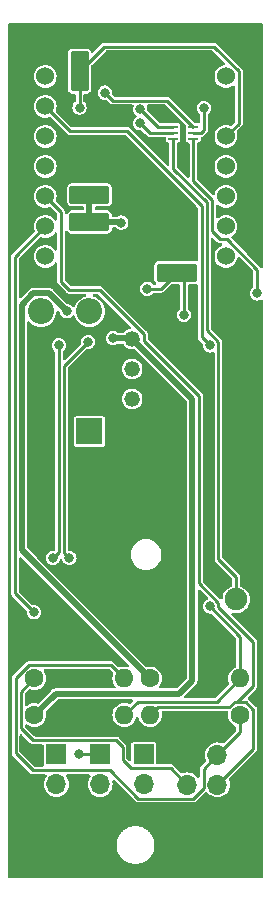
<source format=gtl>
%TF.GenerationSoftware,KiCad,Pcbnew,7.0.10*%
%TF.CreationDate,2024-06-11T23:21:07-07:00*%
%TF.ProjectId,NB002,4e423030-322e-46b6-9963-61645f706362,rev?*%
%TF.SameCoordinates,Original*%
%TF.FileFunction,Copper,L1,Top*%
%TF.FilePolarity,Positive*%
%FSLAX46Y46*%
G04 Gerber Fmt 4.6, Leading zero omitted, Abs format (unit mm)*
G04 Created by KiCad (PCBNEW 7.0.10) date 2024-06-11 23:21:07*
%MOMM*%
%LPD*%
G01*
G04 APERTURE LIST*
G04 Aperture macros list*
%AMRoundRect*
0 Rectangle with rounded corners*
0 $1 Rounding radius*
0 $2 $3 $4 $5 $6 $7 $8 $9 X,Y pos of 4 corners*
0 Add a 4 corners polygon primitive as box body*
4,1,4,$2,$3,$4,$5,$6,$7,$8,$9,$2,$3,0*
0 Add four circle primitives for the rounded corners*
1,1,$1+$1,$2,$3*
1,1,$1+$1,$4,$5*
1,1,$1+$1,$6,$7*
1,1,$1+$1,$8,$9*
0 Add four rect primitives between the rounded corners*
20,1,$1+$1,$2,$3,$4,$5,0*
20,1,$1+$1,$4,$5,$6,$7,0*
20,1,$1+$1,$6,$7,$8,$9,0*
20,1,$1+$1,$8,$9,$2,$3,0*%
G04 Aperture macros list end*
%TA.AperFunction,ComponentPad*%
%ADD10R,2.200000X2.200000*%
%TD*%
%TA.AperFunction,ComponentPad*%
%ADD11O,2.200000X2.200000*%
%TD*%
%TA.AperFunction,ComponentPad*%
%ADD12R,1.700000X1.700000*%
%TD*%
%TA.AperFunction,ComponentPad*%
%ADD13O,1.700000X1.700000*%
%TD*%
%TA.AperFunction,SMDPad,CuDef*%
%ADD14R,0.812800X0.228600*%
%TD*%
%TA.AperFunction,SMDPad,CuDef*%
%ADD15RoundRect,0.250000X1.450000X-0.537500X1.450000X0.537500X-1.450000X0.537500X-1.450000X-0.537500X0*%
%TD*%
%TA.AperFunction,ComponentPad*%
%ADD16C,1.320800*%
%TD*%
%TA.AperFunction,ComponentPad*%
%ADD17C,1.600000*%
%TD*%
%TA.AperFunction,ComponentPad*%
%ADD18O,1.600000X1.600000*%
%TD*%
%TA.AperFunction,SMDPad,CuDef*%
%ADD19RoundRect,0.250000X-0.537500X-1.450000X0.537500X-1.450000X0.537500X1.450000X-0.537500X1.450000X0*%
%TD*%
%TA.AperFunction,ComponentPad*%
%ADD20C,1.905000*%
%TD*%
%TA.AperFunction,ComponentPad*%
%ADD21C,1.524000*%
%TD*%
%TA.AperFunction,ViaPad*%
%ADD22C,0.800000*%
%TD*%
%TA.AperFunction,Conductor*%
%ADD23C,0.250000*%
%TD*%
%TA.AperFunction,Conductor*%
%ADD24C,0.500000*%
%TD*%
G04 APERTURE END LIST*
D10*
%TO.P,D1,1,K*%
%TO.N,Net-(D1-K)*%
X117600000Y-107880000D03*
D11*
%TO.P,D1,2,A*%
%TO.N,Net-(D1-A)*%
X117600000Y-97720000D03*
%TD*%
D12*
%TO.P,SW2,1*%
%TO.N,unconnected-(U4-D1-Pad2)*%
X118900000Y-135225000D03*
D13*
%TO.P,SW2,2*%
%TO.N,unconnected-(U4-D2-Pad3)*%
X118900000Y-137765000D03*
%TD*%
D14*
%TO.P,H1,1*%
%TO.N,Net-(HBridge1-In1)*%
X128798200Y-82100002D03*
%TO.P,H1,2*%
%TO.N,unconnected-(U4-D8-Pad9)*%
X128798200Y-82600001D03*
%TO.P,H1,3*%
%TO.N,Net-(B4--)*%
X128798200Y-83100000D03*
%TO.P,H1,4*%
%TO.N,Net-(HBridge1-Out2)*%
X130500000Y-83100000D03*
%TO.P,H1,5*%
%TO.N,Net-(B4-+)*%
X130500000Y-82600001D03*
%TO.P,H1,6*%
%TO.N,Net-(HBridge1-Out1)*%
X130500000Y-82100002D03*
%TD*%
D15*
%TO.P,C2,1*%
%TO.N,Net-(HBridge1-VDD)*%
X121700000Y-87837500D03*
%TO.P,C2,2*%
%TO.N,Net-(D1-K)*%
X121700000Y-83562500D03*
%TD*%
%TO.P,C1,1*%
%TO.N,Net-(B4-+)*%
X129100000Y-94437500D03*
%TO.P,C1,2*%
%TO.N,Net-(D1-K)*%
X129100000Y-90162500D03*
%TD*%
D16*
%TO.P,SW1,1,A*%
%TO.N,Net-(B4-+)*%
X125324900Y-102600000D03*
%TO.P,SW1,2,B*%
%TO.N,Net-(HBridge1-VDD)*%
X125324900Y-100060000D03*
%TO.P,SW1,3,C*%
%TO.N,unconnected-(SW1-C-Pad3)*%
X125324900Y-105140000D03*
%TD*%
D12*
%TO.P,U2,1,GND*%
%TO.N,Net-(D1-K)*%
X130000000Y-135260000D03*
D13*
%TO.P,U2,2,VDD*%
%TO.N,Net-(U2-VDD)*%
X132540000Y-135260000D03*
%TO.P,U2,3,SCL*%
%TO.N,Net-(U2-SCL)*%
X130000000Y-137800000D03*
%TO.P,U2,4,SDA*%
%TO.N,Net-(U2-SDA)*%
X132540000Y-137800000D03*
%TD*%
D12*
%TO.P,B4,1,+*%
%TO.N,Net-(B4-+)*%
X126300000Y-135225000D03*
D13*
%TO.P,B4,2,-*%
%TO.N,Net-(B4--)*%
X126300000Y-137765000D03*
%TD*%
D17*
%TO.P,R4,1*%
%TO.N,Net-(U2-SCL)*%
X117025100Y-128800000D03*
D18*
%TO.P,R4,2*%
%TO.N,Net-(U2-VDD)*%
X124645100Y-128800000D03*
%TD*%
D19*
%TO.P,C4,1*%
%TO.N,Net-(U2-VDD)*%
X120862500Y-77400000D03*
%TO.P,C4,2*%
%TO.N,Net-(D1-K)*%
X125137500Y-77400000D03*
%TD*%
D20*
%TO.P,F1,1*%
%TO.N,Net-(D1-K)*%
X134120000Y-114490000D03*
%TO.P,F1,2*%
%TO.N,Net-(B4--)*%
X134120000Y-122110000D03*
%TD*%
D17*
%TO.P,R2,1*%
%TO.N,Net-(D2-A)*%
X126835100Y-128800000D03*
D18*
%TO.P,R2,2*%
%TO.N,Net-(U4-D0)*%
X134455100Y-128800000D03*
%TD*%
D12*
%TO.P,M1,1,+*%
%TO.N,Net-(HBridge1-Out1)*%
X122600000Y-135225000D03*
D13*
%TO.P,M1,2,-*%
%TO.N,Net-(HBridge1-Out2)*%
X122600000Y-137765000D03*
%TD*%
D10*
%TO.P,D2,1,K*%
%TO.N,Net-(D1-A)*%
X121700000Y-107880000D03*
D11*
%TO.P,D2,2,A*%
%TO.N,Net-(D2-A)*%
X121700000Y-97720000D03*
%TD*%
D17*
%TO.P,R1,1*%
%TO.N,Net-(HBridge1-VDD)*%
X117035100Y-131900000D03*
D18*
%TO.P,R1,2*%
%TO.N,Net-(U4-D0)*%
X124655100Y-131900000D03*
%TD*%
D21*
%TO.P,U4,0*%
%TO.N,N/C*%
X117957500Y-77830400D03*
%TO.P,U4,1,D0*%
%TO.N,Net-(U4-D0)*%
X117957500Y-80370400D03*
%TO.P,U4,2,D1*%
%TO.N,unconnected-(U4-D1-Pad2)*%
X117957500Y-82910400D03*
%TO.P,U4,3,D2*%
%TO.N,unconnected-(U4-D2-Pad3)*%
X117957500Y-85450400D03*
%TO.P,U4,3V3*%
%TO.N,Net-(U2-VDD)*%
X133257500Y-82910400D03*
%TO.P,U4,4,D3*%
%TO.N,Net-(U2-SDA)*%
X117957500Y-87990400D03*
%TO.P,U4,5,D4_SDA*%
%TO.N,Net-(U2-SCL)*%
X117957500Y-90530400D03*
%TO.P,U4,5V*%
%TO.N,N/C*%
X133257500Y-77830400D03*
%TO.P,U4,6,D5_SCL*%
X117957500Y-93070400D03*
%TO.P,U4,7,D6*%
%TO.N,Net-(U4-D6)*%
X133257500Y-93070400D03*
%TO.P,U4,8,D7*%
%TO.N,Net-(U4-D7)*%
X133257500Y-90530400D03*
%TO.P,U4,9,D8*%
%TO.N,unconnected-(U4-D8-Pad9)*%
X133257500Y-87990400D03*
%TO.P,U4,10,D9*%
%TO.N,Net-(HBridge1-In1)*%
X133257500Y-85450400D03*
%TO.P,U4,GND*%
%TO.N,Net-(D1-K)*%
X133257500Y-80370400D03*
%TD*%
D17*
%TO.P,R3,1*%
%TO.N,Net-(U2-VDD)*%
X134455100Y-131900000D03*
D18*
%TO.P,R3,2*%
%TO.N,Net-(U2-SDA)*%
X126835100Y-131900000D03*
%TD*%
D15*
%TO.P,C3,1*%
%TO.N,Net-(D1-K)*%
X121700000Y-94437500D03*
%TO.P,C3,2*%
%TO.N,Net-(HBridge1-VDD)*%
X121700000Y-90162500D03*
%TD*%
D22*
%TO.N,Net-(B4-+)*%
X126600000Y-95800000D03*
X129700000Y-98000000D03*
X131400000Y-80500000D03*
%TO.N,Net-(D1-K)*%
X123400000Y-113600000D03*
X116400000Y-134800000D03*
X120800000Y-120300000D03*
X118300000Y-94800000D03*
X115900000Y-125000000D03*
X131100000Y-77000000D03*
X117400000Y-114000000D03*
X126400000Y-121200000D03*
X117400000Y-116400000D03*
X119000000Y-86700000D03*
X135200000Y-90600000D03*
X132600000Y-128800000D03*
X128400000Y-99300000D03*
X130500000Y-102400000D03*
X125100000Y-88500000D03*
X126400000Y-115700000D03*
X126800000Y-106700000D03*
X127100000Y-77400000D03*
X117900000Y-76000000D03*
X125200000Y-94500000D03*
X132900000Y-125700000D03*
X117200000Y-84200000D03*
X124400000Y-84300000D03*
X129400000Y-124400000D03*
X121700000Y-103800000D03*
X120600000Y-132100000D03*
X120600000Y-125500000D03*
X135100000Y-76000000D03*
X122500000Y-81100000D03*
X127700000Y-80700000D03*
X134800000Y-108600000D03*
X133800000Y-117400000D03*
X122800000Y-121000000D03*
X129400000Y-116700000D03*
X126400000Y-126000000D03*
X120800000Y-117300000D03*
X116700000Y-139600000D03*
X121000000Y-128900000D03*
X134800000Y-139600000D03*
X125400000Y-111500000D03*
X133100000Y-95000000D03*
X129700000Y-88300000D03*
%TO.N,Net-(HBridge1-VDD)*%
X124400000Y-90200000D03*
X123700000Y-100000000D03*
%TO.N,Net-(D2-A)*%
X119780000Y-97720000D03*
%TO.N,Net-(HBridge1-Out1)*%
X120800000Y-135200000D03*
X123000000Y-79200000D03*
%TO.N,Net-(HBridge1-Out2)*%
X135900000Y-96200000D03*
%TO.N,Net-(U4-D0)*%
X131900000Y-122700000D03*
X131900000Y-100600000D03*
%TO.N,Net-(U2-VDD)*%
X120862500Y-80462500D03*
%TO.N,Net-(U2-SCL)*%
X117000000Y-123200000D03*
%TO.N,unconnected-(U4-D1-Pad2)*%
X120000000Y-118600000D03*
X121600000Y-100300000D03*
%TO.N,unconnected-(U4-D2-Pad3)*%
X119100000Y-100600000D03*
X118600000Y-118600000D03*
%TO.N,unconnected-(U4-D8-Pad9)*%
X126000000Y-81800000D03*
%TO.N,Net-(HBridge1-In1)*%
X126000000Y-80600000D03*
%TD*%
D23*
%TO.N,Net-(B4-+)*%
X129100000Y-94437500D02*
X127737500Y-95800000D01*
X131170701Y-82600001D02*
X131400000Y-82370702D01*
X131400000Y-82370702D02*
X131400000Y-80500000D01*
X130500000Y-82600001D02*
X131170701Y-82600001D01*
X127737500Y-95800000D02*
X126600000Y-95800000D01*
X129700000Y-98000000D02*
X129700000Y-94437500D01*
%TO.N,Net-(B4--)*%
X132625000Y-100299695D02*
X131650000Y-99324695D01*
X128798200Y-83100000D02*
X128798200Y-85648200D01*
X128798200Y-85648200D02*
X131650000Y-88500000D01*
X134120000Y-120220000D02*
X132625000Y-118725000D01*
X134120000Y-122110000D02*
X134120000Y-120220000D01*
X131650000Y-99324695D02*
X131650000Y-88500000D01*
X132625000Y-118725000D02*
X132625000Y-100299695D01*
D24*
%TO.N,Net-(HBridge1-VDD)*%
X130400000Y-128973372D02*
X130400000Y-105135100D01*
X118835100Y-130100000D02*
X129273372Y-130100000D01*
X121700000Y-87837500D02*
X121700000Y-90162500D01*
X125264900Y-100000000D02*
X125324900Y-100060000D01*
X124400000Y-90200000D02*
X124362500Y-90162500D01*
X130400000Y-105135100D02*
X125324900Y-100060000D01*
X124362500Y-90162500D02*
X121700000Y-90162500D01*
X129273372Y-130100000D02*
X130400000Y-128973372D01*
X123700000Y-100000000D02*
X125264900Y-100000000D01*
X117035100Y-131900000D02*
X118835100Y-130100000D01*
%TO.N,Net-(D2-A)*%
X115975000Y-97152968D02*
X115975000Y-117939900D01*
X119780000Y-97707968D02*
X118242032Y-96170000D01*
X116957968Y-96170000D02*
X115975000Y-97152968D01*
X118242032Y-96170000D02*
X116957968Y-96170000D01*
X115975000Y-117939900D02*
X126835100Y-128800000D01*
X119780000Y-97720000D02*
X119780000Y-97707968D01*
D23*
%TO.N,Net-(HBridge1-Out1)*%
X123675000Y-79875000D02*
X128274998Y-79875000D01*
X122600000Y-135225000D02*
X120825000Y-135225000D01*
X128274998Y-79875000D02*
X130500000Y-82100002D01*
X123000000Y-79200000D02*
X123675000Y-79875000D01*
X120825000Y-135225000D02*
X120800000Y-135200000D01*
%TO.N,Net-(HBridge1-Out2)*%
X132100000Y-90950000D02*
X132100000Y-88300000D01*
X135900000Y-94175649D02*
X133341751Y-91617400D01*
X133341751Y-91617400D02*
X132767400Y-91617400D01*
X130500000Y-83100000D02*
X130500000Y-86700000D01*
X130500000Y-86700000D02*
X132100000Y-88300000D01*
X132767400Y-91617400D02*
X132100000Y-90950000D01*
X135900000Y-96200000D02*
X135900000Y-94175649D01*
%TO.N,Net-(U4-D0)*%
X131200000Y-88774695D02*
X131200000Y-99900000D01*
X134455100Y-128800000D02*
X132480100Y-130775000D01*
X134455100Y-125255100D02*
X131900000Y-122700000D01*
X134455100Y-128800000D02*
X134455100Y-125255100D01*
X117957500Y-80370400D02*
X120037100Y-82450000D01*
X132480100Y-130775000D02*
X125780100Y-130775000D01*
X120037100Y-82450000D02*
X124875305Y-82450000D01*
X131200000Y-99900000D02*
X131900000Y-100600000D01*
X124875305Y-82450000D02*
X131200000Y-88774695D01*
X125780100Y-130775000D02*
X124655100Y-131900000D01*
%TO.N,Net-(U2-VDD)*%
X123520100Y-127675000D02*
X116559109Y-127675000D01*
X133257500Y-82910400D02*
X134344500Y-81823400D01*
X116559109Y-127675000D02*
X115450000Y-128784109D01*
X130490000Y-138975000D02*
X131365000Y-138100000D01*
X120862500Y-80462500D02*
X120862500Y-77400000D01*
X134344500Y-77380149D02*
X132264351Y-75300000D01*
X115450000Y-135150000D02*
X116890000Y-136590000D01*
X124645100Y-128800000D02*
X123520100Y-127675000D01*
X115450000Y-128784109D02*
X115450000Y-135150000D01*
X116890000Y-136590000D02*
X123463299Y-136590000D01*
X134344500Y-81823400D02*
X134344500Y-77380149D01*
X122962500Y-75300000D02*
X120862500Y-77400000D01*
X125848299Y-138975000D02*
X130490000Y-138975000D01*
X134455100Y-133344900D02*
X134455100Y-131900000D01*
X131365000Y-138100000D02*
X131365000Y-136435000D01*
X123463299Y-136590000D02*
X125848299Y-138975000D01*
X132540000Y-135260000D02*
X134455100Y-133344900D01*
X131365000Y-136435000D02*
X132540000Y-135260000D01*
X132264351Y-75300000D02*
X122962500Y-75300000D01*
%TO.N,Net-(U2-SDA)*%
X119300000Y-95200000D02*
X119300000Y-89332900D01*
X130975000Y-120749695D02*
X130975000Y-104896927D01*
X133989109Y-130775000D02*
X134225000Y-130775000D01*
X132625000Y-122399695D02*
X130975000Y-120749695D01*
X133989109Y-130775000D02*
X134921091Y-130775000D01*
X122558467Y-95900000D02*
X120000000Y-95900000D01*
X134225000Y-130775000D02*
X135580100Y-129419900D01*
X135580100Y-131434009D02*
X135580100Y-134759900D01*
X120000000Y-95900000D02*
X119300000Y-95200000D01*
X135580100Y-134759900D02*
X132540000Y-137800000D01*
X127510100Y-131225000D02*
X133539109Y-131225000D01*
X134921091Y-130775000D02*
X135580100Y-131434009D01*
X126835100Y-131900000D02*
X127510100Y-131225000D01*
X135580100Y-129419900D02*
X135580100Y-125743704D01*
X119300000Y-89332900D02*
X117957500Y-87990400D01*
X133539109Y-131225000D02*
X133989109Y-130775000D01*
X130975000Y-104896927D02*
X126310300Y-100232228D01*
X132625000Y-122788604D02*
X132625000Y-122399695D01*
X135580100Y-125743704D02*
X132625000Y-122788604D01*
X126310300Y-99651833D02*
X122558467Y-95900000D01*
X126310300Y-100232228D02*
X126310300Y-99651833D01*
%TO.N,Net-(U2-SCL)*%
X124500000Y-135700000D02*
X124500000Y-134600000D01*
X116950000Y-134050000D02*
X115900000Y-133000000D01*
X115400000Y-93087900D02*
X117957500Y-90530400D01*
X123950000Y-134050000D02*
X116950000Y-134050000D01*
X125200000Y-136400000D02*
X124500000Y-135700000D01*
X128600000Y-136400000D02*
X125200000Y-136400000D01*
X115900000Y-129925100D02*
X117025100Y-128800000D01*
X130000000Y-137800000D02*
X128600000Y-136400000D01*
X117000000Y-123200000D02*
X115400000Y-121600000D01*
X115400000Y-121600000D02*
X115400000Y-93087900D01*
X124500000Y-134600000D02*
X123950000Y-134050000D01*
X115900000Y-133000000D02*
X115900000Y-129925100D01*
%TO.N,unconnected-(U4-D1-Pad2)*%
X121600000Y-100300000D02*
X119550000Y-102350000D01*
X119550000Y-118150000D02*
X120000000Y-118600000D01*
X119550000Y-118100000D02*
X119550000Y-118150000D01*
X119550000Y-102350000D02*
X119550000Y-118100000D01*
%TO.N,unconnected-(U4-D2-Pad3)*%
X119100000Y-100600000D02*
X119100000Y-118100000D01*
X119100000Y-118100000D02*
X118600000Y-118600000D01*
X118600000Y-118600000D02*
X118700000Y-118500000D01*
%TO.N,unconnected-(U4-D8-Pad9)*%
X126800001Y-82600001D02*
X128798200Y-82600001D01*
X126000000Y-81800000D02*
X126800001Y-82600001D01*
%TO.N,Net-(HBridge1-In1)*%
X126000000Y-80600000D02*
X127500002Y-82100002D01*
X127500002Y-82100002D02*
X128798200Y-82100002D01*
%TD*%
%TA.AperFunction,Conductor*%
%TO.N,Net-(D1-K)*%
G36*
X136343039Y-73319685D02*
G01*
X136388794Y-73372489D01*
X136400000Y-73424000D01*
X136400000Y-93927900D01*
X136380315Y-93994939D01*
X136327511Y-94040694D01*
X136258353Y-94050638D01*
X136194797Y-94021613D01*
X136168614Y-93989901D01*
X136153196Y-93963197D01*
X136153195Y-93963196D01*
X136153194Y-93963194D01*
X136153191Y-93963192D01*
X136153190Y-93963190D01*
X136124262Y-93938917D01*
X136116286Y-93931608D01*
X135028535Y-92843857D01*
X133733456Y-91548779D01*
X133699972Y-91487457D01*
X133704956Y-91417765D01*
X133746828Y-91361832D01*
X133762686Y-91351740D01*
X133794822Y-91334563D01*
X133794825Y-91334561D01*
X133941383Y-91214283D01*
X134061661Y-91067725D01*
X134061665Y-91067718D01*
X134078117Y-91036938D01*
X134151037Y-90900515D01*
X134206073Y-90719083D01*
X134224657Y-90530400D01*
X134206073Y-90341717D01*
X134151037Y-90160285D01*
X134061662Y-89993076D01*
X134061661Y-89993074D01*
X133941383Y-89846516D01*
X133794825Y-89726238D01*
X133794818Y-89726234D01*
X133627622Y-89636866D01*
X133627619Y-89636865D01*
X133627618Y-89636864D01*
X133627615Y-89636863D01*
X133446183Y-89581827D01*
X133446181Y-89581826D01*
X133446183Y-89581826D01*
X133257500Y-89563243D01*
X133068818Y-89581826D01*
X132961694Y-89614321D01*
X132887385Y-89636863D01*
X132887382Y-89636864D01*
X132887380Y-89636865D01*
X132887377Y-89636866D01*
X132720181Y-89726234D01*
X132720174Y-89726238D01*
X132628165Y-89801749D01*
X132563855Y-89829062D01*
X132494987Y-89817271D01*
X132443427Y-89770119D01*
X132425500Y-89705896D01*
X132425500Y-88814903D01*
X132445185Y-88747864D01*
X132497989Y-88702109D01*
X132567147Y-88692165D01*
X132628165Y-88719050D01*
X132720174Y-88794561D01*
X132720181Y-88794565D01*
X132887377Y-88883933D01*
X132887378Y-88883933D01*
X132887385Y-88883937D01*
X133068817Y-88938973D01*
X133068816Y-88938973D01*
X133085733Y-88940639D01*
X133257500Y-88957557D01*
X133446183Y-88938973D01*
X133627615Y-88883937D01*
X133794824Y-88794562D01*
X133941383Y-88674283D01*
X134061662Y-88527724D01*
X134151037Y-88360515D01*
X134206073Y-88179083D01*
X134224657Y-87990400D01*
X134206073Y-87801717D01*
X134151037Y-87620285D01*
X134061662Y-87453076D01*
X134061661Y-87453074D01*
X133941383Y-87306516D01*
X133794825Y-87186238D01*
X133794818Y-87186234D01*
X133627622Y-87096866D01*
X133627619Y-87096865D01*
X133627618Y-87096864D01*
X133627615Y-87096863D01*
X133446183Y-87041827D01*
X133446181Y-87041826D01*
X133446183Y-87041826D01*
X133257500Y-87023243D01*
X133068818Y-87041826D01*
X132961694Y-87074321D01*
X132887385Y-87096863D01*
X132887382Y-87096864D01*
X132887380Y-87096865D01*
X132887377Y-87096866D01*
X132720181Y-87186234D01*
X132720174Y-87186238D01*
X132573616Y-87306516D01*
X132453338Y-87453074D01*
X132453334Y-87453081D01*
X132363966Y-87620277D01*
X132363962Y-87620287D01*
X132311519Y-87793167D01*
X132273222Y-87851605D01*
X132209409Y-87880062D01*
X132140342Y-87869501D01*
X132105178Y-87844852D01*
X130861819Y-86601493D01*
X130828334Y-86540170D01*
X130825500Y-86513812D01*
X130825500Y-85450400D01*
X132290343Y-85450400D01*
X132308926Y-85639081D01*
X132308927Y-85639083D01*
X132363963Y-85820515D01*
X132363964Y-85820518D01*
X132363965Y-85820519D01*
X132363966Y-85820522D01*
X132453334Y-85987718D01*
X132453338Y-85987725D01*
X132573616Y-86134283D01*
X132720174Y-86254561D01*
X132720181Y-86254565D01*
X132887377Y-86343933D01*
X132887378Y-86343933D01*
X132887385Y-86343937D01*
X133068817Y-86398973D01*
X133068816Y-86398973D01*
X133085733Y-86400639D01*
X133257500Y-86417557D01*
X133446183Y-86398973D01*
X133627615Y-86343937D01*
X133794824Y-86254562D01*
X133941383Y-86134283D01*
X134061662Y-85987724D01*
X134151037Y-85820515D01*
X134206073Y-85639083D01*
X134224657Y-85450400D01*
X134206073Y-85261717D01*
X134151037Y-85080285D01*
X134061662Y-84913076D01*
X134061661Y-84913074D01*
X133941383Y-84766516D01*
X133794825Y-84646238D01*
X133794818Y-84646234D01*
X133627622Y-84556866D01*
X133627619Y-84556865D01*
X133627618Y-84556864D01*
X133627615Y-84556863D01*
X133446183Y-84501827D01*
X133446181Y-84501826D01*
X133446183Y-84501826D01*
X133257500Y-84483243D01*
X133068818Y-84501826D01*
X132961694Y-84534321D01*
X132887385Y-84556863D01*
X132887382Y-84556864D01*
X132887380Y-84556865D01*
X132887377Y-84556866D01*
X132720181Y-84646234D01*
X132720174Y-84646238D01*
X132573616Y-84766516D01*
X132453338Y-84913074D01*
X132453334Y-84913081D01*
X132363966Y-85080277D01*
X132363965Y-85080280D01*
X132308926Y-85261718D01*
X132290343Y-85450400D01*
X130825500Y-85450400D01*
X130825500Y-83536584D01*
X130845185Y-83469545D01*
X130897989Y-83423790D01*
X130925310Y-83414966D01*
X130926145Y-83414800D01*
X130926148Y-83414800D01*
X130984631Y-83403167D01*
X131050952Y-83358852D01*
X131095267Y-83292531D01*
X131095267Y-83292529D01*
X131095268Y-83292529D01*
X131106899Y-83234052D01*
X131106900Y-83234050D01*
X131106900Y-83049227D01*
X131126585Y-82982188D01*
X131179389Y-82936433D01*
X131198804Y-82929453D01*
X131199506Y-82929264D01*
X131199508Y-82929265D01*
X131236015Y-82919482D01*
X131246531Y-82917150D01*
X131283746Y-82910589D01*
X131283751Y-82910585D01*
X131288800Y-82908748D01*
X131305525Y-82901820D01*
X131310382Y-82899555D01*
X131310385Y-82899555D01*
X131341326Y-82877888D01*
X131350445Y-82872080D01*
X131350562Y-82872013D01*
X131383156Y-82853195D01*
X131383160Y-82853191D01*
X131407437Y-82824257D01*
X131414737Y-82816289D01*
X131616290Y-82614736D01*
X131624243Y-82607448D01*
X131653194Y-82583157D01*
X131672082Y-82550441D01*
X131677887Y-82541327D01*
X131699554Y-82510386D01*
X131699554Y-82510383D01*
X131701819Y-82505526D01*
X131708747Y-82488801D01*
X131710584Y-82483752D01*
X131710588Y-82483747D01*
X131717149Y-82446532D01*
X131719479Y-82436021D01*
X131729264Y-82399509D01*
X131725972Y-82361879D01*
X131725500Y-82351071D01*
X131725500Y-81068298D01*
X131745185Y-81001259D01*
X131774010Y-80969925D01*
X131828282Y-80928282D01*
X131924536Y-80802841D01*
X131985044Y-80656762D01*
X132005682Y-80500000D01*
X131985044Y-80343238D01*
X131924536Y-80197159D01*
X131828282Y-80071718D01*
X131702841Y-79975464D01*
X131668496Y-79961238D01*
X131556762Y-79914956D01*
X131556760Y-79914955D01*
X131400001Y-79894318D01*
X131399999Y-79894318D01*
X131243239Y-79914955D01*
X131243237Y-79914956D01*
X131097160Y-79975463D01*
X130971718Y-80071718D01*
X130875463Y-80197160D01*
X130814956Y-80343237D01*
X130814955Y-80343239D01*
X130794318Y-80499998D01*
X130794318Y-80500001D01*
X130814955Y-80656760D01*
X130814956Y-80656762D01*
X130866067Y-80780156D01*
X130875464Y-80802841D01*
X130971718Y-80928282D01*
X131025987Y-80969924D01*
X131067189Y-81026349D01*
X131074500Y-81068298D01*
X131074500Y-81663616D01*
X131054815Y-81730655D01*
X131002011Y-81776410D01*
X130932853Y-81786354D01*
X130926315Y-81785235D01*
X130926149Y-81785202D01*
X130926148Y-81785202D01*
X130696888Y-81785202D01*
X130629849Y-81765517D01*
X130609207Y-81748883D01*
X128519042Y-79658718D01*
X128511732Y-79650741D01*
X128487454Y-79621807D01*
X128487453Y-79621806D01*
X128454732Y-79602914D01*
X128445614Y-79597104D01*
X128414682Y-79575446D01*
X128409859Y-79573197D01*
X128393053Y-79566235D01*
X128388040Y-79564411D01*
X128350850Y-79557852D01*
X128340296Y-79555512D01*
X128303806Y-79545735D01*
X128266179Y-79549028D01*
X128255370Y-79549500D01*
X123861189Y-79549500D01*
X123794150Y-79529815D01*
X123773508Y-79513181D01*
X123632011Y-79371684D01*
X123598526Y-79310361D01*
X123596753Y-79267816D01*
X123605682Y-79199999D01*
X123605682Y-79199998D01*
X123585044Y-79043239D01*
X123585044Y-79043238D01*
X123524536Y-78897159D01*
X123428282Y-78771718D01*
X123302841Y-78675464D01*
X123156762Y-78614956D01*
X123156760Y-78614955D01*
X123000001Y-78594318D01*
X122999999Y-78594318D01*
X122843239Y-78614955D01*
X122843237Y-78614956D01*
X122697160Y-78675463D01*
X122571718Y-78771718D01*
X122475463Y-78897160D01*
X122414956Y-79043237D01*
X122414955Y-79043239D01*
X122394318Y-79199998D01*
X122394318Y-79200001D01*
X122414955Y-79356760D01*
X122414956Y-79356762D01*
X122464703Y-79476863D01*
X122475464Y-79502841D01*
X122571718Y-79628282D01*
X122697159Y-79724536D01*
X122843238Y-79785044D01*
X122871548Y-79788771D01*
X122999999Y-79805682D01*
X123000000Y-79805682D01*
X123000001Y-79805682D01*
X123035708Y-79800980D01*
X123067818Y-79796753D01*
X123136853Y-79807518D01*
X123171684Y-79832010D01*
X123315136Y-79975463D01*
X123430955Y-80091282D01*
X123438262Y-80099256D01*
X123462541Y-80128190D01*
X123462543Y-80128191D01*
X123462545Y-80128194D01*
X123462547Y-80128195D01*
X123462548Y-80128196D01*
X123495253Y-80147078D01*
X123504376Y-80152890D01*
X123514045Y-80159660D01*
X123535316Y-80174554D01*
X123535319Y-80174554D01*
X123540176Y-80176820D01*
X123556933Y-80183760D01*
X123561952Y-80185586D01*
X123561955Y-80185588D01*
X123599141Y-80192144D01*
X123609704Y-80194486D01*
X123627933Y-80199370D01*
X123646193Y-80204263D01*
X123683811Y-80200971D01*
X123694618Y-80200500D01*
X125329922Y-80200500D01*
X125396961Y-80220185D01*
X125442716Y-80272989D01*
X125452660Y-80342147D01*
X125444483Y-80371952D01*
X125414957Y-80443234D01*
X125414955Y-80443239D01*
X125394318Y-80599998D01*
X125394318Y-80600001D01*
X125414955Y-80756760D01*
X125414956Y-80756762D01*
X125470468Y-80890781D01*
X125475464Y-80902841D01*
X125571718Y-81028282D01*
X125667300Y-81101625D01*
X125708502Y-81158052D01*
X125712657Y-81227798D01*
X125678444Y-81288719D01*
X125667304Y-81298372D01*
X125640457Y-81318973D01*
X125571718Y-81371718D01*
X125475463Y-81497160D01*
X125414956Y-81643237D01*
X125414955Y-81643239D01*
X125394318Y-81799998D01*
X125394318Y-81800001D01*
X125414955Y-81956760D01*
X125414956Y-81956762D01*
X125469391Y-82088181D01*
X125475464Y-82102841D01*
X125571718Y-82228282D01*
X125697159Y-82324536D01*
X125843238Y-82385044D01*
X125871548Y-82388771D01*
X125999999Y-82405682D01*
X126000000Y-82405682D01*
X126000001Y-82405682D01*
X126046916Y-82399505D01*
X126067818Y-82396753D01*
X126136853Y-82407518D01*
X126171684Y-82432010D01*
X126405949Y-82666276D01*
X126555956Y-82816283D01*
X126563263Y-82824257D01*
X126587542Y-82853191D01*
X126587544Y-82853192D01*
X126587546Y-82853195D01*
X126587548Y-82853196D01*
X126587549Y-82853197D01*
X126620254Y-82872079D01*
X126629377Y-82877891D01*
X126660317Y-82899555D01*
X126660320Y-82899555D01*
X126665177Y-82901821D01*
X126681934Y-82908761D01*
X126686953Y-82910587D01*
X126686956Y-82910589D01*
X126724142Y-82917145D01*
X126734705Y-82919487D01*
X126752934Y-82924371D01*
X126771194Y-82929264D01*
X126808812Y-82925972D01*
X126819619Y-82925501D01*
X128067300Y-82925501D01*
X128134339Y-82945186D01*
X128180094Y-82997990D01*
X128191300Y-83049501D01*
X128191300Y-83234052D01*
X128202931Y-83292529D01*
X128202932Y-83292530D01*
X128247247Y-83358852D01*
X128291562Y-83388462D01*
X128313569Y-83403167D01*
X128372052Y-83414800D01*
X128372055Y-83414800D01*
X128372890Y-83414966D01*
X128434801Y-83447351D01*
X128469376Y-83508066D01*
X128472700Y-83536584D01*
X128472700Y-85287706D01*
X128453015Y-85354745D01*
X128400211Y-85400500D01*
X128331053Y-85410444D01*
X128267497Y-85381419D01*
X128261019Y-85375387D01*
X125119349Y-82233718D01*
X125112039Y-82225741D01*
X125087761Y-82196807D01*
X125087760Y-82196806D01*
X125055039Y-82177914D01*
X125045921Y-82172104D01*
X125014989Y-82150446D01*
X125010166Y-82148197D01*
X124993360Y-82141235D01*
X124988347Y-82139411D01*
X124951157Y-82132852D01*
X124940603Y-82130512D01*
X124904113Y-82120735D01*
X124866486Y-82124028D01*
X124855677Y-82124500D01*
X120223288Y-82124500D01*
X120156249Y-82104815D01*
X120135607Y-82088181D01*
X118888905Y-80841479D01*
X118855420Y-80780156D01*
X118857925Y-80717805D01*
X118906073Y-80559083D01*
X118924657Y-80370400D01*
X118906073Y-80181717D01*
X118851037Y-80000285D01*
X118851033Y-80000277D01*
X118761665Y-79833081D01*
X118761661Y-79833074D01*
X118641383Y-79686516D01*
X118494825Y-79566238D01*
X118494818Y-79566234D01*
X118327622Y-79476866D01*
X118327619Y-79476865D01*
X118327618Y-79476864D01*
X118327615Y-79476863D01*
X118146183Y-79421827D01*
X118146181Y-79421826D01*
X118146183Y-79421826D01*
X117957500Y-79403243D01*
X117768818Y-79421826D01*
X117661694Y-79454321D01*
X117587385Y-79476863D01*
X117587382Y-79476864D01*
X117587380Y-79476865D01*
X117587377Y-79476866D01*
X117420181Y-79566234D01*
X117420174Y-79566238D01*
X117273616Y-79686516D01*
X117153338Y-79833074D01*
X117153334Y-79833081D01*
X117063966Y-80000277D01*
X117063965Y-80000280D01*
X117008926Y-80181718D01*
X116990343Y-80370400D01*
X117008926Y-80559081D01*
X117021338Y-80599998D01*
X117063963Y-80740515D01*
X117063964Y-80740518D01*
X117063965Y-80740519D01*
X117063966Y-80740522D01*
X117153334Y-80907718D01*
X117153338Y-80907725D01*
X117273616Y-81054283D01*
X117420174Y-81174561D01*
X117420181Y-81174565D01*
X117587377Y-81263933D01*
X117587378Y-81263933D01*
X117587385Y-81263937D01*
X117768817Y-81318973D01*
X117768816Y-81318973D01*
X117785733Y-81320639D01*
X117957500Y-81337557D01*
X118146183Y-81318973D01*
X118304904Y-81270825D01*
X118374769Y-81270202D01*
X118428579Y-81301805D01*
X119793050Y-82666276D01*
X119800357Y-82674250D01*
X119824641Y-82703190D01*
X119824643Y-82703191D01*
X119824645Y-82703194D01*
X119824647Y-82703195D01*
X119824648Y-82703196D01*
X119857356Y-82722080D01*
X119866479Y-82727892D01*
X119875275Y-82734051D01*
X119897416Y-82749554D01*
X119897419Y-82749554D01*
X119902276Y-82751820D01*
X119919042Y-82758764D01*
X119924051Y-82760587D01*
X119924054Y-82760587D01*
X119924055Y-82760588D01*
X119961261Y-82767147D01*
X119971781Y-82769479D01*
X120008294Y-82779264D01*
X120045924Y-82775971D01*
X120056731Y-82775500D01*
X124689117Y-82775500D01*
X124756156Y-82795185D01*
X124776798Y-82811819D01*
X130838181Y-88873202D01*
X130871666Y-88934525D01*
X130874500Y-88960883D01*
X130874500Y-93361502D01*
X130854815Y-93428541D01*
X130802011Y-93474296D01*
X130732853Y-93484240D01*
X130709545Y-93478543D01*
X130634701Y-93452354D01*
X130634699Y-93452353D01*
X130604270Y-93449500D01*
X130604266Y-93449500D01*
X127595734Y-93449500D01*
X127595730Y-93449500D01*
X127565300Y-93452353D01*
X127565298Y-93452353D01*
X127437119Y-93497206D01*
X127437117Y-93497207D01*
X127327850Y-93577850D01*
X127247207Y-93687117D01*
X127247206Y-93687119D01*
X127202353Y-93815298D01*
X127202353Y-93815300D01*
X127199500Y-93845730D01*
X127199500Y-95029269D01*
X127202353Y-95059699D01*
X127202353Y-95059701D01*
X127247206Y-95187880D01*
X127247209Y-95187886D01*
X127312880Y-95276867D01*
X127336851Y-95342496D01*
X127321535Y-95410666D01*
X127271795Y-95459734D01*
X127213110Y-95474500D01*
X127168299Y-95474500D01*
X127101260Y-95454815D01*
X127069923Y-95425986D01*
X127028283Y-95371719D01*
X126986534Y-95339684D01*
X126902841Y-95275464D01*
X126890917Y-95270525D01*
X126756762Y-95214956D01*
X126756760Y-95214955D01*
X126600001Y-95194318D01*
X126599999Y-95194318D01*
X126443239Y-95214955D01*
X126443237Y-95214956D01*
X126297160Y-95275463D01*
X126171718Y-95371718D01*
X126075463Y-95497160D01*
X126014956Y-95643237D01*
X126014955Y-95643239D01*
X125994318Y-95799998D01*
X125994318Y-95800001D01*
X126014955Y-95956760D01*
X126014956Y-95956762D01*
X126065130Y-96077894D01*
X126075464Y-96102841D01*
X126171718Y-96228282D01*
X126297159Y-96324536D01*
X126443238Y-96385044D01*
X126521619Y-96395363D01*
X126599999Y-96405682D01*
X126600000Y-96405682D01*
X126600001Y-96405682D01*
X126652254Y-96398802D01*
X126756762Y-96385044D01*
X126902841Y-96324536D01*
X127028282Y-96228282D01*
X127069923Y-96174013D01*
X127126351Y-96132811D01*
X127168299Y-96125500D01*
X127717872Y-96125500D01*
X127728680Y-96125971D01*
X127766307Y-96129264D01*
X127802819Y-96119479D01*
X127813330Y-96117149D01*
X127850545Y-96110588D01*
X127850550Y-96110584D01*
X127855599Y-96108747D01*
X127872324Y-96101819D01*
X127877181Y-96099554D01*
X127877184Y-96099554D01*
X127908125Y-96077887D01*
X127917244Y-96072079D01*
X127949955Y-96053194D01*
X127949957Y-96053192D01*
X127974236Y-96024256D01*
X127981535Y-96016289D01*
X128536007Y-95461819D01*
X128597330Y-95428334D01*
X128623688Y-95425500D01*
X129250500Y-95425500D01*
X129317539Y-95445185D01*
X129363294Y-95497989D01*
X129374500Y-95549500D01*
X129374500Y-97431699D01*
X129354815Y-97498738D01*
X129325988Y-97530074D01*
X129271720Y-97571715D01*
X129175463Y-97697160D01*
X129114956Y-97843237D01*
X129114955Y-97843239D01*
X129094318Y-97999998D01*
X129094318Y-98000001D01*
X129114955Y-98156760D01*
X129114956Y-98156762D01*
X129175464Y-98302841D01*
X129271718Y-98428282D01*
X129397159Y-98524536D01*
X129543238Y-98585044D01*
X129583435Y-98590336D01*
X129699999Y-98605682D01*
X129700000Y-98605682D01*
X129700001Y-98605682D01*
X129770747Y-98596368D01*
X129856762Y-98585044D01*
X130002841Y-98524536D01*
X130128282Y-98428282D01*
X130224536Y-98302841D01*
X130285044Y-98156762D01*
X130305682Y-98000000D01*
X130285044Y-97843238D01*
X130224536Y-97697159D01*
X130128282Y-97571718D01*
X130128280Y-97571716D01*
X130128279Y-97571715D01*
X130074012Y-97530074D01*
X130032810Y-97473646D01*
X130025500Y-97431699D01*
X130025500Y-95549500D01*
X130045185Y-95482461D01*
X130097989Y-95436706D01*
X130149500Y-95425500D01*
X130604270Y-95425500D01*
X130628612Y-95423216D01*
X130634699Y-95422646D01*
X130709546Y-95396455D01*
X130779323Y-95392893D01*
X130839950Y-95427621D01*
X130872178Y-95489614D01*
X130874500Y-95513497D01*
X130874500Y-99880372D01*
X130874028Y-99891181D01*
X130870735Y-99928808D01*
X130880512Y-99965298D01*
X130882852Y-99975852D01*
X130889411Y-100013042D01*
X130891235Y-100018055D01*
X130898197Y-100034861D01*
X130900446Y-100039684D01*
X130922104Y-100070616D01*
X130927914Y-100079734D01*
X130946806Y-100112455D01*
X130975743Y-100136736D01*
X130983718Y-100144044D01*
X131267988Y-100428314D01*
X131301473Y-100489637D01*
X131303246Y-100532179D01*
X131294318Y-100599997D01*
X131294318Y-100600001D01*
X131314955Y-100756760D01*
X131314956Y-100756762D01*
X131373676Y-100898526D01*
X131375464Y-100902841D01*
X131471718Y-101028282D01*
X131597159Y-101124536D01*
X131743238Y-101185044D01*
X131821619Y-101195363D01*
X131899999Y-101205682D01*
X131900000Y-101205682D01*
X131900001Y-101205682D01*
X131952254Y-101198802D01*
X132056762Y-101185044D01*
X132128049Y-101155515D01*
X132197516Y-101148047D01*
X132259995Y-101179322D01*
X132295648Y-101239410D01*
X132299500Y-101270077D01*
X132299500Y-118705372D01*
X132299028Y-118716181D01*
X132295735Y-118753808D01*
X132305512Y-118790298D01*
X132307852Y-118800852D01*
X132314411Y-118838042D01*
X132316235Y-118843055D01*
X132323197Y-118859861D01*
X132325446Y-118864684D01*
X132347104Y-118895616D01*
X132352914Y-118904734D01*
X132371806Y-118937455D01*
X132400743Y-118961736D01*
X132408718Y-118969044D01*
X133758181Y-120318507D01*
X133791666Y-120379830D01*
X133794500Y-120406188D01*
X133794500Y-120914659D01*
X133774815Y-120981698D01*
X133722011Y-121027453D01*
X133715301Y-121030282D01*
X133696592Y-121037530D01*
X133603864Y-121073453D01*
X133603858Y-121073456D01*
X133422186Y-121185942D01*
X133422184Y-121185944D01*
X133264273Y-121329898D01*
X133135501Y-121500420D01*
X133135496Y-121500428D01*
X133040257Y-121691693D01*
X133040251Y-121691708D01*
X132981776Y-121897227D01*
X132981776Y-121897228D01*
X132972318Y-121999295D01*
X132946532Y-122064232D01*
X132889731Y-122104919D01*
X132819950Y-122108439D01*
X132761166Y-122075534D01*
X131336819Y-120651187D01*
X131303334Y-120589864D01*
X131300500Y-120563506D01*
X131300500Y-104916545D01*
X131300972Y-104905737D01*
X131304263Y-104868118D01*
X131294486Y-104831631D01*
X131292144Y-104821066D01*
X131285588Y-104783882D01*
X131285586Y-104783879D01*
X131283760Y-104778860D01*
X131276820Y-104762103D01*
X131274554Y-104757246D01*
X131274554Y-104757243D01*
X131252890Y-104726303D01*
X131247078Y-104717180D01*
X131228193Y-104684471D01*
X131199262Y-104660195D01*
X131191286Y-104652886D01*
X126672119Y-100133719D01*
X126638634Y-100072396D01*
X126635800Y-100046038D01*
X126635800Y-99671451D01*
X126636272Y-99660643D01*
X126639563Y-99623024D01*
X126629786Y-99586537D01*
X126627444Y-99575972D01*
X126626694Y-99571718D01*
X126620888Y-99538788D01*
X126620886Y-99538785D01*
X126619060Y-99533766D01*
X126612120Y-99517009D01*
X126609854Y-99512152D01*
X126609854Y-99512149D01*
X126588192Y-99481212D01*
X126582380Y-99472089D01*
X126563496Y-99439381D01*
X126563491Y-99439375D01*
X126534555Y-99415095D01*
X126526580Y-99407787D01*
X122802511Y-95683718D01*
X122795201Y-95675741D01*
X122770923Y-95646807D01*
X122770922Y-95646806D01*
X122738201Y-95627914D01*
X122729083Y-95622104D01*
X122698151Y-95600446D01*
X122693328Y-95598197D01*
X122676522Y-95591235D01*
X122671509Y-95589411D01*
X122634319Y-95582852D01*
X122623765Y-95580512D01*
X122587275Y-95570735D01*
X122549648Y-95574028D01*
X122538839Y-95574500D01*
X120186189Y-95574500D01*
X120119150Y-95554815D01*
X120098508Y-95538181D01*
X119661819Y-95101492D01*
X119628334Y-95040169D01*
X119625500Y-95013811D01*
X119625500Y-90989310D01*
X119645185Y-90922271D01*
X119697989Y-90876516D01*
X119767147Y-90866572D01*
X119830703Y-90895597D01*
X119849265Y-90915670D01*
X119927850Y-91022150D01*
X120037118Y-91102793D01*
X120079845Y-91117744D01*
X120165299Y-91147646D01*
X120195730Y-91150500D01*
X120195734Y-91150500D01*
X123204270Y-91150500D01*
X123234699Y-91147646D01*
X123234701Y-91147646D01*
X123298790Y-91125219D01*
X123362882Y-91102793D01*
X123472150Y-91022150D01*
X123552793Y-90912882D01*
X123590304Y-90805682D01*
X123597646Y-90784701D01*
X123597646Y-90784699D01*
X123600500Y-90754269D01*
X123600500Y-90737000D01*
X123620185Y-90669961D01*
X123672989Y-90624206D01*
X123724500Y-90613000D01*
X123909709Y-90613000D01*
X123976748Y-90632685D01*
X123985195Y-90638624D01*
X124097157Y-90724535D01*
X124097158Y-90724535D01*
X124097159Y-90724536D01*
X124243238Y-90785044D01*
X124321619Y-90795363D01*
X124399999Y-90805682D01*
X124400000Y-90805682D01*
X124400001Y-90805682D01*
X124452254Y-90798802D01*
X124556762Y-90785044D01*
X124702841Y-90724536D01*
X124828282Y-90628282D01*
X124924536Y-90502841D01*
X124985044Y-90356762D01*
X125005682Y-90200000D01*
X125000453Y-90160285D01*
X124985044Y-90043239D01*
X124985044Y-90043238D01*
X124924536Y-89897159D01*
X124828282Y-89771718D01*
X124702841Y-89675464D01*
X124556762Y-89614956D01*
X124556760Y-89614955D01*
X124400001Y-89594318D01*
X124399999Y-89594318D01*
X124243239Y-89614955D01*
X124243237Y-89614956D01*
X124097160Y-89675463D01*
X124097159Y-89675464D01*
X124082937Y-89686376D01*
X124017770Y-89711570D01*
X124007452Y-89712000D01*
X123724500Y-89712000D01*
X123657461Y-89692315D01*
X123611706Y-89639511D01*
X123600500Y-89588000D01*
X123600500Y-89570730D01*
X123597646Y-89540300D01*
X123597646Y-89540298D01*
X123559542Y-89431407D01*
X123552793Y-89412118D01*
X123472150Y-89302850D01*
X123362882Y-89222207D01*
X123362880Y-89222206D01*
X123234700Y-89177353D01*
X123204270Y-89174500D01*
X123204266Y-89174500D01*
X122274500Y-89174500D01*
X122207461Y-89154815D01*
X122161706Y-89102011D01*
X122150500Y-89050500D01*
X122150500Y-88949500D01*
X122170185Y-88882461D01*
X122222989Y-88836706D01*
X122274500Y-88825500D01*
X123204270Y-88825500D01*
X123234699Y-88822646D01*
X123234701Y-88822646D01*
X123314950Y-88794565D01*
X123362882Y-88777793D01*
X123472150Y-88697150D01*
X123552793Y-88587882D01*
X123575219Y-88523790D01*
X123597646Y-88459701D01*
X123597646Y-88459699D01*
X123600500Y-88429269D01*
X123600500Y-87245730D01*
X123597646Y-87215300D01*
X123597646Y-87215298D01*
X123556204Y-87096866D01*
X123552793Y-87087118D01*
X123472150Y-86977850D01*
X123362882Y-86897207D01*
X123362880Y-86897206D01*
X123234700Y-86852353D01*
X123204270Y-86849500D01*
X123204266Y-86849500D01*
X120195734Y-86849500D01*
X120195730Y-86849500D01*
X120165300Y-86852353D01*
X120165298Y-86852353D01*
X120037119Y-86897206D01*
X120037117Y-86897207D01*
X119927850Y-86977850D01*
X119847207Y-87087117D01*
X119847206Y-87087119D01*
X119802353Y-87215298D01*
X119802353Y-87215300D01*
X119799500Y-87245730D01*
X119799500Y-88429269D01*
X119802353Y-88459699D01*
X119802353Y-88459701D01*
X119847206Y-88587880D01*
X119847207Y-88587882D01*
X119927850Y-88697150D01*
X120037118Y-88777793D01*
X120079845Y-88792744D01*
X120165299Y-88822646D01*
X120195730Y-88825500D01*
X120195734Y-88825500D01*
X121125500Y-88825500D01*
X121192539Y-88845185D01*
X121238294Y-88897989D01*
X121249500Y-88949500D01*
X121249500Y-89050500D01*
X121229815Y-89117539D01*
X121177011Y-89163294D01*
X121125500Y-89174500D01*
X120195730Y-89174500D01*
X120165300Y-89177353D01*
X120165298Y-89177353D01*
X120037119Y-89222206D01*
X120037117Y-89222207D01*
X119927850Y-89302850D01*
X119850941Y-89407058D01*
X119795293Y-89449309D01*
X119725637Y-89454767D01*
X119664088Y-89421699D01*
X119630187Y-89360605D01*
X119627643Y-89322616D01*
X119629264Y-89304093D01*
X119619478Y-89267575D01*
X119617150Y-89257073D01*
X119610588Y-89219855D01*
X119610585Y-89219849D01*
X119608760Y-89214833D01*
X119601820Y-89198076D01*
X119599554Y-89193219D01*
X119599554Y-89193216D01*
X119599552Y-89193213D01*
X119577892Y-89162279D01*
X119572080Y-89153156D01*
X119553196Y-89120448D01*
X119553191Y-89120442D01*
X119524255Y-89096162D01*
X119516280Y-89088854D01*
X118888905Y-88461479D01*
X118855420Y-88400156D01*
X118857925Y-88337805D01*
X118906073Y-88179083D01*
X118924657Y-87990400D01*
X118906073Y-87801717D01*
X118851037Y-87620285D01*
X118761662Y-87453076D01*
X118761661Y-87453074D01*
X118641383Y-87306516D01*
X118494825Y-87186238D01*
X118494818Y-87186234D01*
X118327622Y-87096866D01*
X118327619Y-87096865D01*
X118327618Y-87096864D01*
X118327615Y-87096863D01*
X118146183Y-87041827D01*
X118146181Y-87041826D01*
X118146183Y-87041826D01*
X117957500Y-87023243D01*
X117768818Y-87041826D01*
X117661694Y-87074321D01*
X117587385Y-87096863D01*
X117587382Y-87096864D01*
X117587380Y-87096865D01*
X117587377Y-87096866D01*
X117420181Y-87186234D01*
X117420174Y-87186238D01*
X117273616Y-87306516D01*
X117153338Y-87453074D01*
X117153334Y-87453081D01*
X117063966Y-87620277D01*
X117063965Y-87620280D01*
X117063964Y-87620282D01*
X117063963Y-87620285D01*
X117041421Y-87694594D01*
X117008926Y-87801718D01*
X116990343Y-87990400D01*
X117008926Y-88179081D01*
X117027272Y-88239560D01*
X117063963Y-88360515D01*
X117063964Y-88360518D01*
X117063965Y-88360519D01*
X117063966Y-88360522D01*
X117153334Y-88527718D01*
X117153338Y-88527725D01*
X117273616Y-88674283D01*
X117420174Y-88794561D01*
X117420181Y-88794565D01*
X117587377Y-88883933D01*
X117587378Y-88883933D01*
X117587385Y-88883937D01*
X117768817Y-88938973D01*
X117768816Y-88938973D01*
X117785733Y-88940639D01*
X117957500Y-88957557D01*
X118146183Y-88938973D01*
X118304904Y-88890825D01*
X118374769Y-88890202D01*
X118428579Y-88921805D01*
X118938181Y-89431407D01*
X118971666Y-89492730D01*
X118974500Y-89519088D01*
X118974500Y-89905862D01*
X118954815Y-89972901D01*
X118902011Y-90018656D01*
X118832853Y-90028600D01*
X118769297Y-89999575D01*
X118754647Y-89984527D01*
X118641383Y-89846516D01*
X118494825Y-89726238D01*
X118494818Y-89726234D01*
X118327622Y-89636866D01*
X118327619Y-89636865D01*
X118327618Y-89636864D01*
X118327615Y-89636863D01*
X118146183Y-89581827D01*
X118146181Y-89581826D01*
X118146183Y-89581826D01*
X117957500Y-89563243D01*
X117768818Y-89581826D01*
X117661694Y-89614321D01*
X117587385Y-89636863D01*
X117587382Y-89636864D01*
X117587380Y-89636865D01*
X117587377Y-89636866D01*
X117420181Y-89726234D01*
X117420174Y-89726238D01*
X117273616Y-89846516D01*
X117153338Y-89993074D01*
X117153334Y-89993081D01*
X117063966Y-90160277D01*
X117063965Y-90160280D01*
X117063964Y-90160282D01*
X117063963Y-90160285D01*
X117041421Y-90234594D01*
X117008926Y-90341718D01*
X116990343Y-90530400D01*
X117008926Y-90719081D01*
X117057073Y-90877802D01*
X117057696Y-90947669D01*
X117026093Y-91001478D01*
X115183715Y-92843857D01*
X115175742Y-92851164D01*
X115146805Y-92875445D01*
X115127914Y-92908164D01*
X115122105Y-92917281D01*
X115100446Y-92948213D01*
X115098206Y-92953017D01*
X115091229Y-92969861D01*
X115089410Y-92974860D01*
X115082852Y-93012048D01*
X115080512Y-93022603D01*
X115070735Y-93059091D01*
X115070735Y-93059092D01*
X115074028Y-93096717D01*
X115074500Y-93107526D01*
X115074500Y-121580372D01*
X115074028Y-121591181D01*
X115070735Y-121628808D01*
X115080512Y-121665298D01*
X115082852Y-121675852D01*
X115089411Y-121713042D01*
X115091235Y-121718055D01*
X115098197Y-121734861D01*
X115100446Y-121739684D01*
X115122104Y-121770616D01*
X115127914Y-121779734D01*
X115146806Y-121812455D01*
X115175743Y-121836736D01*
X115183718Y-121844044D01*
X116367988Y-123028314D01*
X116401473Y-123089637D01*
X116403246Y-123132179D01*
X116394318Y-123199997D01*
X116394318Y-123200001D01*
X116414955Y-123356760D01*
X116414956Y-123356762D01*
X116475464Y-123502841D01*
X116571718Y-123628282D01*
X116697159Y-123724536D01*
X116843238Y-123785044D01*
X116921619Y-123795363D01*
X116999999Y-123805682D01*
X117000000Y-123805682D01*
X117000001Y-123805682D01*
X117052254Y-123798802D01*
X117156762Y-123785044D01*
X117302841Y-123724536D01*
X117428282Y-123628282D01*
X117524536Y-123502841D01*
X117585044Y-123356762D01*
X117605682Y-123200000D01*
X117585044Y-123043238D01*
X117524536Y-122897159D01*
X117428282Y-122771718D01*
X117302841Y-122675464D01*
X117156762Y-122614956D01*
X117156760Y-122614955D01*
X117000001Y-122594318D01*
X116999997Y-122594318D01*
X116932179Y-122603246D01*
X116863144Y-122592480D01*
X116828314Y-122567988D01*
X115761819Y-121501493D01*
X115728334Y-121440170D01*
X115725500Y-121413812D01*
X115725500Y-118626865D01*
X115745185Y-118559826D01*
X115797989Y-118514071D01*
X115867147Y-118504127D01*
X115930703Y-118533152D01*
X115937181Y-118539184D01*
X125023363Y-127625366D01*
X125056848Y-127686689D01*
X125051864Y-127756381D01*
X125009992Y-127812314D01*
X124944528Y-127836731D01*
X124899687Y-127831708D01*
X124841230Y-127813975D01*
X124645100Y-127794659D01*
X124448969Y-127813975D01*
X124267228Y-127869106D01*
X124197361Y-127869729D01*
X124143552Y-127838126D01*
X123764144Y-127458718D01*
X123756834Y-127450741D01*
X123732556Y-127421807D01*
X123732555Y-127421806D01*
X123699834Y-127402914D01*
X123690716Y-127397104D01*
X123659784Y-127375446D01*
X123654961Y-127373197D01*
X123638155Y-127366235D01*
X123633142Y-127364411D01*
X123595952Y-127357852D01*
X123585398Y-127355512D01*
X123548908Y-127345735D01*
X123511281Y-127349028D01*
X123500472Y-127349500D01*
X116578737Y-127349500D01*
X116567928Y-127349028D01*
X116530301Y-127345735D01*
X116530300Y-127345735D01*
X116493812Y-127355512D01*
X116483257Y-127357852D01*
X116446069Y-127364410D01*
X116441070Y-127366229D01*
X116424226Y-127373206D01*
X116419422Y-127375446D01*
X116388490Y-127397105D01*
X116379373Y-127402914D01*
X116346657Y-127421804D01*
X116346649Y-127421810D01*
X116322371Y-127450743D01*
X116315065Y-127458716D01*
X115233715Y-128540066D01*
X115225742Y-128547373D01*
X115196805Y-128571654D01*
X115177914Y-128604373D01*
X115172105Y-128613490D01*
X115150446Y-128644422D01*
X115148206Y-128649226D01*
X115141229Y-128666070D01*
X115139410Y-128671069D01*
X115132852Y-128708257D01*
X115130512Y-128718812D01*
X115120735Y-128755300D01*
X115120735Y-128755301D01*
X115124028Y-128792926D01*
X115124500Y-128803735D01*
X115124500Y-135130372D01*
X115124028Y-135141181D01*
X115120735Y-135178808D01*
X115130512Y-135215298D01*
X115132852Y-135225852D01*
X115139411Y-135263042D01*
X115141235Y-135268055D01*
X115148197Y-135284861D01*
X115150446Y-135289684D01*
X115172104Y-135320616D01*
X115177914Y-135329734D01*
X115196806Y-135362455D01*
X115225743Y-135386736D01*
X115233718Y-135394044D01*
X116645950Y-136806276D01*
X116653257Y-136814250D01*
X116677541Y-136843190D01*
X116677543Y-136843191D01*
X116677545Y-136843194D01*
X116677547Y-136843195D01*
X116677548Y-136843196D01*
X116710256Y-136862080D01*
X116719379Y-136867892D01*
X116750316Y-136889554D01*
X116750319Y-136889554D01*
X116755176Y-136891820D01*
X116771942Y-136898764D01*
X116776951Y-136900587D01*
X116776954Y-136900587D01*
X116776955Y-136900588D01*
X116814161Y-136907147D01*
X116824681Y-136909479D01*
X116861194Y-136919264D01*
X116898824Y-136915971D01*
X116909631Y-136915500D01*
X117976018Y-136915500D01*
X118043057Y-136935185D01*
X118088812Y-136987989D01*
X118098756Y-137057147D01*
X118071871Y-137118165D01*
X118022317Y-137178546D01*
X117924769Y-137361043D01*
X117864699Y-137559067D01*
X117844417Y-137765000D01*
X117864699Y-137970932D01*
X117864700Y-137970934D01*
X117924768Y-138168954D01*
X118022315Y-138351450D01*
X118022317Y-138351452D01*
X118153589Y-138511410D01*
X118237183Y-138580013D01*
X118313550Y-138642685D01*
X118496046Y-138740232D01*
X118694066Y-138800300D01*
X118694065Y-138800300D01*
X118712529Y-138802118D01*
X118900000Y-138820583D01*
X119105934Y-138800300D01*
X119303954Y-138740232D01*
X119486450Y-138642685D01*
X119646410Y-138511410D01*
X119777685Y-138351450D01*
X119875232Y-138168954D01*
X119935300Y-137970934D01*
X119955583Y-137765000D01*
X119935300Y-137559066D01*
X119875232Y-137361046D01*
X119777685Y-137178550D01*
X119777682Y-137178546D01*
X119728129Y-137118165D01*
X119700816Y-137053855D01*
X119712607Y-136984987D01*
X119759760Y-136933427D01*
X119823982Y-136915500D01*
X121676018Y-136915500D01*
X121743057Y-136935185D01*
X121788812Y-136987989D01*
X121798756Y-137057147D01*
X121771871Y-137118165D01*
X121722317Y-137178546D01*
X121624769Y-137361043D01*
X121564699Y-137559067D01*
X121544417Y-137765000D01*
X121564699Y-137970932D01*
X121564700Y-137970934D01*
X121624768Y-138168954D01*
X121722315Y-138351450D01*
X121722317Y-138351452D01*
X121853589Y-138511410D01*
X121937183Y-138580013D01*
X122013550Y-138642685D01*
X122196046Y-138740232D01*
X122394066Y-138800300D01*
X122394065Y-138800300D01*
X122412529Y-138802118D01*
X122600000Y-138820583D01*
X122805934Y-138800300D01*
X123003954Y-138740232D01*
X123186450Y-138642685D01*
X123346410Y-138511410D01*
X123477685Y-138351450D01*
X123575232Y-138168954D01*
X123635300Y-137970934D01*
X123655583Y-137765000D01*
X123635300Y-137559066D01*
X123632374Y-137549419D01*
X123631750Y-137479552D01*
X123668998Y-137420439D01*
X123732291Y-137390848D01*
X123801536Y-137400173D01*
X123838714Y-137425741D01*
X124725427Y-138312455D01*
X125604254Y-139191282D01*
X125611561Y-139199256D01*
X125635840Y-139228190D01*
X125635842Y-139228191D01*
X125635844Y-139228194D01*
X125635846Y-139228195D01*
X125635847Y-139228196D01*
X125668552Y-139247078D01*
X125677675Y-139252890D01*
X125708615Y-139274554D01*
X125708618Y-139274554D01*
X125713475Y-139276820D01*
X125730232Y-139283760D01*
X125735251Y-139285586D01*
X125735254Y-139285588D01*
X125772440Y-139292144D01*
X125783003Y-139294486D01*
X125801232Y-139299370D01*
X125819492Y-139304263D01*
X125857110Y-139300971D01*
X125867917Y-139300500D01*
X130470372Y-139300500D01*
X130481180Y-139300971D01*
X130518807Y-139304264D01*
X130555319Y-139294479D01*
X130565830Y-139292149D01*
X130603045Y-139285588D01*
X130603050Y-139285584D01*
X130608099Y-139283747D01*
X130624824Y-139276819D01*
X130629681Y-139274554D01*
X130629684Y-139274554D01*
X130660625Y-139252887D01*
X130669744Y-139247079D01*
X130702455Y-139228194D01*
X130702457Y-139228192D01*
X130726736Y-139199256D01*
X130734036Y-139191288D01*
X131509934Y-138415390D01*
X131571255Y-138381907D01*
X131640947Y-138386891D01*
X131693467Y-138424409D01*
X131793589Y-138546410D01*
X131890209Y-138625702D01*
X131953550Y-138677685D01*
X132136046Y-138775232D01*
X132334066Y-138835300D01*
X132334065Y-138835300D01*
X132352529Y-138837118D01*
X132540000Y-138855583D01*
X132745934Y-138835300D01*
X132943954Y-138775232D01*
X133126450Y-138677685D01*
X133286410Y-138546410D01*
X133417685Y-138386450D01*
X133515232Y-138203954D01*
X133575300Y-138005934D01*
X133595583Y-137800000D01*
X133575300Y-137594066D01*
X133515232Y-137396046D01*
X133515227Y-137396038D01*
X133514439Y-137394132D01*
X133514322Y-137393051D01*
X133513463Y-137390217D01*
X133514000Y-137390053D01*
X133506973Y-137324663D01*
X133538250Y-137262185D01*
X133541293Y-137259031D01*
X135796390Y-135003934D01*
X135804343Y-134996646D01*
X135833294Y-134972355D01*
X135852182Y-134939639D01*
X135857987Y-134930525D01*
X135879654Y-134899584D01*
X135879654Y-134899581D01*
X135881919Y-134894724D01*
X135888847Y-134877999D01*
X135890684Y-134872950D01*
X135890688Y-134872945D01*
X135897249Y-134835730D01*
X135899579Y-134825219D01*
X135909364Y-134788707D01*
X135906072Y-134751077D01*
X135905600Y-134740269D01*
X135905600Y-131453624D01*
X135906072Y-131442815D01*
X135909363Y-131405200D01*
X135899587Y-131368716D01*
X135897248Y-131358170D01*
X135890688Y-131320964D01*
X135890687Y-131320963D01*
X135890687Y-131320960D01*
X135888865Y-131315956D01*
X135881915Y-131299177D01*
X135879654Y-131294328D01*
X135879653Y-131294327D01*
X135879653Y-131294325D01*
X135857982Y-131263375D01*
X135852182Y-131254270D01*
X135833294Y-131221554D01*
X135833290Y-131221550D01*
X135804362Y-131197277D01*
X135796386Y-131189968D01*
X135165135Y-130558718D01*
X135157825Y-130550741D01*
X135133546Y-130521806D01*
X135131165Y-130519808D01*
X135128465Y-130515750D01*
X135126572Y-130513494D01*
X135126823Y-130513282D01*
X135092462Y-130461637D01*
X135091352Y-130391776D01*
X135123186Y-130337138D01*
X135796390Y-129663934D01*
X135804343Y-129656646D01*
X135833294Y-129632355D01*
X135852182Y-129599639D01*
X135857987Y-129590525D01*
X135879654Y-129559584D01*
X135879654Y-129559581D01*
X135881919Y-129554724D01*
X135888847Y-129537999D01*
X135890684Y-129532950D01*
X135890688Y-129532945D01*
X135897249Y-129495730D01*
X135899579Y-129485219D01*
X135909364Y-129448707D01*
X135906072Y-129411077D01*
X135905600Y-129400269D01*
X135905600Y-125763319D01*
X135906072Y-125752510D01*
X135909363Y-125714895D01*
X135899587Y-125678411D01*
X135897248Y-125667865D01*
X135890688Y-125630659D01*
X135890687Y-125630658D01*
X135890687Y-125630655D01*
X135888865Y-125625651D01*
X135881915Y-125608872D01*
X135879654Y-125604023D01*
X135879653Y-125604022D01*
X135879653Y-125604020D01*
X135857982Y-125573070D01*
X135852182Y-125563965D01*
X135833294Y-125531249D01*
X135833290Y-125531245D01*
X135804362Y-125506972D01*
X135796386Y-125499663D01*
X133738622Y-123441899D01*
X133705137Y-123380576D01*
X133710121Y-123310884D01*
X133751993Y-123254951D01*
X133817457Y-123230534D01*
X133849081Y-123232328D01*
X134013159Y-123263000D01*
X134013161Y-123263000D01*
X134226839Y-123263000D01*
X134226841Y-123263000D01*
X134436885Y-123223736D01*
X134636138Y-123146545D01*
X134817815Y-123034056D01*
X134952006Y-122911723D01*
X134975726Y-122890101D01*
X135000903Y-122856762D01*
X135104500Y-122719577D01*
X135199747Y-122528296D01*
X135258224Y-122322771D01*
X135277940Y-122110000D01*
X135258224Y-121897229D01*
X135199747Y-121691704D01*
X135191854Y-121675852D01*
X135104503Y-121500428D01*
X135104498Y-121500420D01*
X134975726Y-121329898D01*
X134817815Y-121185944D01*
X134817813Y-121185942D01*
X134636141Y-121073456D01*
X134636135Y-121073453D01*
X134550085Y-121040117D01*
X134524705Y-121030285D01*
X134469305Y-120987713D01*
X134445714Y-120921946D01*
X134445500Y-120914659D01*
X134445500Y-120239618D01*
X134445972Y-120228810D01*
X134449263Y-120191191D01*
X134439486Y-120154704D01*
X134437144Y-120144139D01*
X134430588Y-120106955D01*
X134430586Y-120106952D01*
X134428760Y-120101933D01*
X134421820Y-120085176D01*
X134419554Y-120080319D01*
X134419554Y-120080316D01*
X134397890Y-120049376D01*
X134392078Y-120040253D01*
X134373193Y-120007544D01*
X134344262Y-119983268D01*
X134336286Y-119975959D01*
X132986819Y-118626492D01*
X132953334Y-118565169D01*
X132950500Y-118538811D01*
X132950500Y-100319313D01*
X132950972Y-100308505D01*
X132951716Y-100299998D01*
X132954263Y-100270888D01*
X132954262Y-100270887D01*
X132954263Y-100270886D01*
X132944486Y-100234399D01*
X132942144Y-100223834D01*
X132935588Y-100186650D01*
X132935586Y-100186647D01*
X132933760Y-100181628D01*
X132926820Y-100164871D01*
X132924554Y-100160014D01*
X132924554Y-100160011D01*
X132912810Y-100143239D01*
X132902890Y-100129071D01*
X132897078Y-100119948D01*
X132878193Y-100087239D01*
X132849262Y-100062963D01*
X132841286Y-100055654D01*
X132011819Y-99226187D01*
X131978334Y-99164864D01*
X131975500Y-99138506D01*
X131975500Y-91585188D01*
X131995185Y-91518149D01*
X132047989Y-91472394D01*
X132117147Y-91462450D01*
X132180703Y-91491475D01*
X132187181Y-91497507D01*
X132523350Y-91833676D01*
X132530657Y-91841650D01*
X132554941Y-91870590D01*
X132554943Y-91870591D01*
X132554945Y-91870594D01*
X132554947Y-91870595D01*
X132554948Y-91870596D01*
X132587656Y-91889480D01*
X132596779Y-91895292D01*
X132627716Y-91916954D01*
X132627719Y-91916954D01*
X132632576Y-91919220D01*
X132649333Y-91926160D01*
X132654352Y-91927986D01*
X132654355Y-91927988D01*
X132691541Y-91934544D01*
X132702104Y-91936886D01*
X132720333Y-91941770D01*
X132738593Y-91946663D01*
X132776211Y-91943371D01*
X132787018Y-91942900D01*
X132830063Y-91942900D01*
X132897102Y-91962585D01*
X132942857Y-92015389D01*
X132952801Y-92084547D01*
X132923776Y-92148103D01*
X132888516Y-92176258D01*
X132720181Y-92266234D01*
X132720174Y-92266238D01*
X132573616Y-92386516D01*
X132453338Y-92533074D01*
X132453334Y-92533081D01*
X132363966Y-92700277D01*
X132363965Y-92700280D01*
X132308926Y-92881718D01*
X132290343Y-93070400D01*
X132308926Y-93259081D01*
X132327272Y-93319560D01*
X132363963Y-93440515D01*
X132363964Y-93440518D01*
X132363965Y-93440519D01*
X132363966Y-93440522D01*
X132453334Y-93607718D01*
X132453338Y-93607725D01*
X132573616Y-93754283D01*
X132720174Y-93874561D01*
X132720181Y-93874565D01*
X132887377Y-93963933D01*
X132887378Y-93963933D01*
X132887385Y-93963937D01*
X133068817Y-94018973D01*
X133068816Y-94018973D01*
X133085733Y-94020639D01*
X133257500Y-94037557D01*
X133446183Y-94018973D01*
X133627615Y-93963937D01*
X133794824Y-93874562D01*
X133941383Y-93754283D01*
X134061662Y-93607724D01*
X134151037Y-93440515D01*
X134206073Y-93259083D01*
X134208800Y-93231388D01*
X134234958Y-93166602D01*
X134291992Y-93126241D01*
X134361792Y-93123122D01*
X134419884Y-93155859D01*
X135538181Y-94274156D01*
X135571666Y-94335479D01*
X135574500Y-94361837D01*
X135574500Y-95631699D01*
X135554815Y-95698738D01*
X135525988Y-95730074D01*
X135471720Y-95771715D01*
X135375463Y-95897160D01*
X135314956Y-96043237D01*
X135314955Y-96043239D01*
X135294318Y-96199998D01*
X135294318Y-96200001D01*
X135314955Y-96356760D01*
X135314956Y-96356762D01*
X135371494Y-96493258D01*
X135375464Y-96502841D01*
X135471718Y-96628282D01*
X135597159Y-96724536D01*
X135743238Y-96785044D01*
X135821619Y-96795363D01*
X135899999Y-96805682D01*
X135900000Y-96805682D01*
X135900001Y-96805682D01*
X135952254Y-96798802D01*
X136056762Y-96785044D01*
X136202841Y-96724536D01*
X136202845Y-96724532D01*
X136209881Y-96720472D01*
X136210934Y-96722296D01*
X136265667Y-96701128D01*
X136334113Y-96715158D01*
X136384109Y-96763965D01*
X136400000Y-96824697D01*
X136400000Y-145576000D01*
X136380315Y-145643039D01*
X136327511Y-145688794D01*
X136276000Y-145700000D01*
X114924000Y-145700000D01*
X114856961Y-145680315D01*
X114811206Y-145627511D01*
X114800000Y-145576000D01*
X114800000Y-142899999D01*
X123994551Y-142899999D01*
X124002084Y-142995714D01*
X124002466Y-143005443D01*
X124002466Y-143025734D01*
X124005638Y-143045762D01*
X124006783Y-143055429D01*
X124010726Y-143105531D01*
X124014317Y-143151148D01*
X124014317Y-143151151D01*
X124014318Y-143151153D01*
X124036728Y-143244500D01*
X124038627Y-143254046D01*
X124041802Y-143274090D01*
X124048072Y-143293390D01*
X124050714Y-143302756D01*
X124073127Y-143396114D01*
X124109866Y-143484809D01*
X124113234Y-143493937D01*
X124118194Y-143509199D01*
X124119507Y-143513240D01*
X124119508Y-143513243D01*
X124119509Y-143513244D01*
X124128716Y-143531315D01*
X124132790Y-143540153D01*
X124169532Y-143628857D01*
X124219702Y-143710728D01*
X124224456Y-143719216D01*
X124230137Y-143730364D01*
X124233666Y-143737290D01*
X124233667Y-143737291D01*
X124245587Y-143753698D01*
X124250993Y-143761790D01*
X124292871Y-143830127D01*
X124301164Y-143843659D01*
X124301168Y-143843663D01*
X124301171Y-143843668D01*
X124363512Y-143916660D01*
X124369539Y-143924304D01*
X124381468Y-143940723D01*
X124395813Y-143955068D01*
X124402422Y-143962217D01*
X124464776Y-144035224D01*
X124537790Y-144097584D01*
X124544924Y-144104179D01*
X124559276Y-144118531D01*
X124575694Y-144130459D01*
X124583327Y-144136476D01*
X124656341Y-144198836D01*
X124656343Y-144198837D01*
X124656344Y-144198838D01*
X124656345Y-144198839D01*
X124738202Y-144249001D01*
X124746295Y-144254408D01*
X124762710Y-144266334D01*
X124780798Y-144275550D01*
X124789260Y-144280289D01*
X124871141Y-144330466D01*
X124871146Y-144330468D01*
X124959843Y-144367208D01*
X124968684Y-144371283D01*
X124986760Y-144380493D01*
X125006066Y-144386766D01*
X125015166Y-144390122D01*
X125103889Y-144426873D01*
X125197247Y-144449286D01*
X125206610Y-144451927D01*
X125225910Y-144458198D01*
X125225914Y-144458199D01*
X125236176Y-144459824D01*
X125245954Y-144461372D01*
X125255477Y-144463265D01*
X125348852Y-144485683D01*
X125444591Y-144493217D01*
X125454196Y-144494354D01*
X125474271Y-144497534D01*
X125474275Y-144497534D01*
X125494557Y-144497534D01*
X125504284Y-144497915D01*
X125600000Y-144505449D01*
X125695715Y-144497915D01*
X125705443Y-144497534D01*
X125725725Y-144497534D01*
X125725729Y-144497534D01*
X125745803Y-144494354D01*
X125755408Y-144493217D01*
X125851148Y-144485683D01*
X125944527Y-144463264D01*
X125954040Y-144461373D01*
X125974090Y-144458198D01*
X125993400Y-144451923D01*
X126002745Y-144449287D01*
X126070118Y-144433113D01*
X126096096Y-144426877D01*
X126096100Y-144426875D01*
X126096111Y-144426873D01*
X126184855Y-144390113D01*
X126193921Y-144386770D01*
X126213240Y-144380493D01*
X126231341Y-144371270D01*
X126240123Y-144367221D01*
X126328859Y-144330466D01*
X126410744Y-144280286D01*
X126419193Y-144275554D01*
X126437290Y-144266334D01*
X126453714Y-144254401D01*
X126461780Y-144249011D01*
X126543659Y-144198836D01*
X126616688Y-144136462D01*
X126624282Y-144130476D01*
X126640724Y-144118531D01*
X126655083Y-144104171D01*
X126662194Y-144097596D01*
X126735224Y-144035224D01*
X126797596Y-143962194D01*
X126804171Y-143955083D01*
X126818531Y-143940724D01*
X126830476Y-143924282D01*
X126836462Y-143916688D01*
X126898836Y-143843659D01*
X126949011Y-143761780D01*
X126954401Y-143753714D01*
X126966334Y-143737290D01*
X126975554Y-143719193D01*
X126980296Y-143710728D01*
X127030466Y-143628859D01*
X127067221Y-143540123D01*
X127071270Y-143531341D01*
X127080493Y-143513240D01*
X127086770Y-143493921D01*
X127090113Y-143484855D01*
X127126873Y-143396111D01*
X127127315Y-143394273D01*
X127133113Y-143370118D01*
X127149287Y-143302745D01*
X127151926Y-143293392D01*
X127158197Y-143274093D01*
X127158199Y-143274084D01*
X127158482Y-143272296D01*
X127161373Y-143254040D01*
X127163264Y-143244527D01*
X127185683Y-143151148D01*
X127193217Y-143055411D01*
X127194355Y-143045800D01*
X127197534Y-143025729D01*
X127198119Y-142995864D01*
X127198475Y-142988599D01*
X127205449Y-142900000D01*
X127198476Y-142811402D01*
X127198119Y-142804119D01*
X127197534Y-142774278D01*
X127197534Y-142774271D01*
X127194355Y-142754199D01*
X127193216Y-142744571D01*
X127185683Y-142648852D01*
X127163265Y-142555477D01*
X127161371Y-142545946D01*
X127158199Y-142525914D01*
X127158198Y-142525910D01*
X127151927Y-142506610D01*
X127149283Y-142497236D01*
X127126873Y-142403890D01*
X127126873Y-142403889D01*
X127090122Y-142315166D01*
X127086766Y-142306066D01*
X127080493Y-142286760D01*
X127071282Y-142268682D01*
X127067208Y-142259843D01*
X127030468Y-142171146D01*
X127030466Y-142171141D01*
X126980289Y-142089260D01*
X126975547Y-142080792D01*
X126966334Y-142062710D01*
X126954408Y-142046295D01*
X126949001Y-142038202D01*
X126898839Y-141956345D01*
X126898838Y-141956344D01*
X126898837Y-141956343D01*
X126898836Y-141956341D01*
X126836476Y-141883327D01*
X126830459Y-141875694D01*
X126830458Y-141875692D01*
X126818531Y-141859276D01*
X126804173Y-141844918D01*
X126797584Y-141837790D01*
X126735224Y-141764776D01*
X126662220Y-141702425D01*
X126662217Y-141702422D01*
X126655068Y-141695813D01*
X126640723Y-141681468D01*
X126624304Y-141669539D01*
X126616660Y-141663512D01*
X126543668Y-141601171D01*
X126543663Y-141601168D01*
X126543659Y-141601164D01*
X126530127Y-141592871D01*
X126461790Y-141550993D01*
X126453698Y-141545587D01*
X126437291Y-141533667D01*
X126437292Y-141533667D01*
X126437290Y-141533666D01*
X126430364Y-141530137D01*
X126419216Y-141524456D01*
X126410728Y-141519702D01*
X126328857Y-141469532D01*
X126240153Y-141432790D01*
X126231315Y-141428716D01*
X126213244Y-141419509D01*
X126213243Y-141419508D01*
X126213240Y-141419507D01*
X126209199Y-141418194D01*
X126193937Y-141413234D01*
X126184809Y-141409866D01*
X126096114Y-141373127D01*
X126002756Y-141350714D01*
X125993390Y-141348072D01*
X125974090Y-141341802D01*
X125954046Y-141338627D01*
X125944500Y-141336728D01*
X125851152Y-141314318D01*
X125851153Y-141314318D01*
X125851151Y-141314317D01*
X125851148Y-141314317D01*
X125805531Y-141310726D01*
X125755429Y-141306783D01*
X125745762Y-141305638D01*
X125725734Y-141302466D01*
X125725729Y-141302466D01*
X125705443Y-141302466D01*
X125695715Y-141302084D01*
X125600000Y-141294551D01*
X125504284Y-141302084D01*
X125494557Y-141302466D01*
X125474272Y-141302466D01*
X125474271Y-141302466D01*
X125457612Y-141305104D01*
X125454237Y-141305639D01*
X125444571Y-141306783D01*
X125348851Y-141314317D01*
X125348844Y-141314318D01*
X125255499Y-141336728D01*
X125245953Y-141338627D01*
X125225913Y-141341801D01*
X125225904Y-141341803D01*
X125206615Y-141348071D01*
X125197244Y-141350714D01*
X125103891Y-141373125D01*
X125015185Y-141409868D01*
X125006059Y-141413235D01*
X124986757Y-141419507D01*
X124968682Y-141428716D01*
X124959851Y-141432787D01*
X124871141Y-141469534D01*
X124789275Y-141519700D01*
X124780792Y-141524451D01*
X124762716Y-141533662D01*
X124762709Y-141533667D01*
X124746298Y-141545589D01*
X124738212Y-141550991D01*
X124656339Y-141601165D01*
X124583332Y-141663518D01*
X124575692Y-141669541D01*
X124559276Y-141681468D01*
X124544918Y-141695825D01*
X124537777Y-141702425D01*
X124464775Y-141764775D01*
X124402425Y-141837777D01*
X124395825Y-141844918D01*
X124381468Y-141859276D01*
X124369541Y-141875692D01*
X124363518Y-141883332D01*
X124301165Y-141956339D01*
X124250991Y-142038212D01*
X124245589Y-142046298D01*
X124233667Y-142062709D01*
X124233662Y-142062716D01*
X124224451Y-142080792D01*
X124219700Y-142089275D01*
X124169534Y-142171141D01*
X124132787Y-142259851D01*
X124128716Y-142268682D01*
X124119507Y-142286757D01*
X124113235Y-142306059D01*
X124109868Y-142315185D01*
X124073125Y-142403891D01*
X124050714Y-142497244D01*
X124048071Y-142506615D01*
X124041803Y-142525904D01*
X124041801Y-142525913D01*
X124038627Y-142545953D01*
X124036728Y-142555499D01*
X124014318Y-142648844D01*
X124014317Y-142648851D01*
X124006783Y-142744571D01*
X124005639Y-142754237D01*
X124002466Y-142774271D01*
X124002466Y-142794555D01*
X124002084Y-142804284D01*
X123994551Y-142899999D01*
X114800000Y-142899999D01*
X114800000Y-85450400D01*
X116990343Y-85450400D01*
X117008926Y-85639081D01*
X117008927Y-85639083D01*
X117063963Y-85820515D01*
X117063964Y-85820518D01*
X117063965Y-85820519D01*
X117063966Y-85820522D01*
X117153334Y-85987718D01*
X117153338Y-85987725D01*
X117273616Y-86134283D01*
X117420174Y-86254561D01*
X117420181Y-86254565D01*
X117587377Y-86343933D01*
X117587378Y-86343933D01*
X117587385Y-86343937D01*
X117768817Y-86398973D01*
X117768816Y-86398973D01*
X117785733Y-86400639D01*
X117957500Y-86417557D01*
X118146183Y-86398973D01*
X118327615Y-86343937D01*
X118494824Y-86254562D01*
X118641383Y-86134283D01*
X118761662Y-85987724D01*
X118851037Y-85820515D01*
X118906073Y-85639083D01*
X118924657Y-85450400D01*
X118906073Y-85261717D01*
X118851037Y-85080285D01*
X118761662Y-84913076D01*
X118761661Y-84913074D01*
X118641383Y-84766516D01*
X118494825Y-84646238D01*
X118494818Y-84646234D01*
X118327622Y-84556866D01*
X118327619Y-84556865D01*
X118327618Y-84556864D01*
X118327615Y-84556863D01*
X118146183Y-84501827D01*
X118146181Y-84501826D01*
X118146183Y-84501826D01*
X117957500Y-84483243D01*
X117768818Y-84501826D01*
X117661694Y-84534321D01*
X117587385Y-84556863D01*
X117587382Y-84556864D01*
X117587380Y-84556865D01*
X117587377Y-84556866D01*
X117420181Y-84646234D01*
X117420174Y-84646238D01*
X117273616Y-84766516D01*
X117153338Y-84913074D01*
X117153334Y-84913081D01*
X117063966Y-85080277D01*
X117063965Y-85080280D01*
X117008926Y-85261718D01*
X116990343Y-85450400D01*
X114800000Y-85450400D01*
X114800000Y-82910400D01*
X116990343Y-82910400D01*
X117008926Y-83099081D01*
X117008927Y-83099083D01*
X117063963Y-83280515D01*
X117063964Y-83280518D01*
X117063965Y-83280519D01*
X117063966Y-83280522D01*
X117153334Y-83447718D01*
X117153338Y-83447725D01*
X117273616Y-83594283D01*
X117420174Y-83714561D01*
X117420181Y-83714565D01*
X117587377Y-83803933D01*
X117587378Y-83803933D01*
X117587385Y-83803937D01*
X117768817Y-83858973D01*
X117768816Y-83858973D01*
X117785733Y-83860639D01*
X117957500Y-83877557D01*
X118146183Y-83858973D01*
X118327615Y-83803937D01*
X118494824Y-83714562D01*
X118641383Y-83594283D01*
X118761662Y-83447724D01*
X118851037Y-83280515D01*
X118906073Y-83099083D01*
X118924657Y-82910400D01*
X118906073Y-82721717D01*
X118851037Y-82540285D01*
X118829059Y-82499167D01*
X118761665Y-82373081D01*
X118761661Y-82373074D01*
X118641383Y-82226516D01*
X118494825Y-82106238D01*
X118494818Y-82106234D01*
X118327622Y-82016866D01*
X118327619Y-82016865D01*
X118327618Y-82016864D01*
X118327615Y-82016863D01*
X118146183Y-81961827D01*
X118146181Y-81961826D01*
X118146183Y-81961826D01*
X117957500Y-81943243D01*
X117768818Y-81961826D01*
X117662703Y-81994016D01*
X117587385Y-82016863D01*
X117587382Y-82016864D01*
X117587380Y-82016865D01*
X117587377Y-82016866D01*
X117420181Y-82106234D01*
X117420174Y-82106238D01*
X117273616Y-82226516D01*
X117153338Y-82373074D01*
X117153334Y-82373081D01*
X117063966Y-82540277D01*
X117063965Y-82540280D01*
X117063964Y-82540282D01*
X117063963Y-82540285D01*
X117060881Y-82550446D01*
X117008926Y-82721718D01*
X116990343Y-82910400D01*
X114800000Y-82910400D01*
X114800000Y-78904269D01*
X119874500Y-78904269D01*
X119877353Y-78934699D01*
X119877353Y-78934701D01*
X119922206Y-79062880D01*
X119922207Y-79062882D01*
X120002850Y-79172150D01*
X120112118Y-79252793D01*
X120154845Y-79267744D01*
X120240299Y-79297646D01*
X120270730Y-79300500D01*
X120270734Y-79300500D01*
X120413000Y-79300500D01*
X120480039Y-79320185D01*
X120525794Y-79372989D01*
X120537000Y-79424500D01*
X120537000Y-79894199D01*
X120517315Y-79961238D01*
X120488488Y-79992574D01*
X120434220Y-80034215D01*
X120337963Y-80159660D01*
X120277456Y-80305737D01*
X120277455Y-80305739D01*
X120256818Y-80462498D01*
X120256818Y-80462501D01*
X120277455Y-80619260D01*
X120277456Y-80619262D01*
X120334409Y-80756760D01*
X120337964Y-80765341D01*
X120434218Y-80890782D01*
X120559659Y-80987036D01*
X120705738Y-81047544D01*
X120756926Y-81054283D01*
X120862499Y-81068182D01*
X120862500Y-81068182D01*
X120862501Y-81068182D01*
X120914754Y-81061302D01*
X121019262Y-81047544D01*
X121165341Y-80987036D01*
X121290782Y-80890782D01*
X121387036Y-80765341D01*
X121447544Y-80619262D01*
X121468182Y-80462500D01*
X121447544Y-80305738D01*
X121387036Y-80159659D01*
X121290782Y-80034218D01*
X121290780Y-80034216D01*
X121290779Y-80034215D01*
X121236512Y-79992574D01*
X121195310Y-79936146D01*
X121188000Y-79894199D01*
X121188000Y-79424500D01*
X121207685Y-79357461D01*
X121260489Y-79311706D01*
X121312000Y-79300500D01*
X121454270Y-79300500D01*
X121484699Y-79297646D01*
X121484701Y-79297646D01*
X121548790Y-79275219D01*
X121612882Y-79252793D01*
X121722150Y-79172150D01*
X121802793Y-79062882D01*
X121825219Y-78998790D01*
X121847646Y-78934701D01*
X121847646Y-78934699D01*
X121850500Y-78904269D01*
X121850500Y-76923688D01*
X121870185Y-76856649D01*
X121886819Y-76836007D01*
X123061008Y-75661819D01*
X123122331Y-75628334D01*
X123148689Y-75625500D01*
X132078163Y-75625500D01*
X132145202Y-75645185D01*
X132165844Y-75661819D01*
X133172040Y-76668015D01*
X133205525Y-76729338D01*
X133200541Y-76799030D01*
X133158669Y-76854963D01*
X133096513Y-76879099D01*
X133068818Y-76881826D01*
X132961694Y-76914321D01*
X132887385Y-76936863D01*
X132887382Y-76936864D01*
X132887380Y-76936865D01*
X132887377Y-76936866D01*
X132720181Y-77026234D01*
X132720174Y-77026238D01*
X132573616Y-77146516D01*
X132453338Y-77293074D01*
X132453334Y-77293081D01*
X132363966Y-77460277D01*
X132363965Y-77460280D01*
X132308926Y-77641718D01*
X132290343Y-77830400D01*
X132308926Y-78019081D01*
X132308927Y-78019083D01*
X132363963Y-78200515D01*
X132363964Y-78200518D01*
X132363965Y-78200519D01*
X132363966Y-78200522D01*
X132453334Y-78367718D01*
X132453338Y-78367725D01*
X132573616Y-78514283D01*
X132720174Y-78634561D01*
X132720181Y-78634565D01*
X132887377Y-78723933D01*
X132887378Y-78723933D01*
X132887385Y-78723937D01*
X133068817Y-78778973D01*
X133068816Y-78778973D01*
X133085733Y-78780639D01*
X133257500Y-78797557D01*
X133446183Y-78778973D01*
X133627615Y-78723937D01*
X133794824Y-78634562D01*
X133816335Y-78616908D01*
X133880643Y-78589595D01*
X133949511Y-78601385D01*
X134001072Y-78648536D01*
X134019000Y-78712761D01*
X134019000Y-81637211D01*
X133999315Y-81704250D01*
X133982681Y-81724892D01*
X133728579Y-81978994D01*
X133667256Y-82012479D01*
X133604904Y-82009974D01*
X133446183Y-81961827D01*
X133446181Y-81961826D01*
X133446183Y-81961826D01*
X133257500Y-81943243D01*
X133068818Y-81961826D01*
X132962703Y-81994016D01*
X132887385Y-82016863D01*
X132887382Y-82016864D01*
X132887380Y-82016865D01*
X132887377Y-82016866D01*
X132720181Y-82106234D01*
X132720174Y-82106238D01*
X132573616Y-82226516D01*
X132453338Y-82373074D01*
X132453334Y-82373081D01*
X132363966Y-82540277D01*
X132363965Y-82540280D01*
X132363964Y-82540282D01*
X132363963Y-82540285D01*
X132360881Y-82550446D01*
X132308926Y-82721718D01*
X132290343Y-82910400D01*
X132308926Y-83099081D01*
X132308927Y-83099083D01*
X132363963Y-83280515D01*
X132363964Y-83280518D01*
X132363965Y-83280519D01*
X132363966Y-83280522D01*
X132453334Y-83447718D01*
X132453338Y-83447725D01*
X132573616Y-83594283D01*
X132720174Y-83714561D01*
X132720181Y-83714565D01*
X132887377Y-83803933D01*
X132887378Y-83803933D01*
X132887385Y-83803937D01*
X133068817Y-83858973D01*
X133068816Y-83858973D01*
X133085733Y-83860639D01*
X133257500Y-83877557D01*
X133446183Y-83858973D01*
X133627615Y-83803937D01*
X133794824Y-83714562D01*
X133941383Y-83594283D01*
X134061662Y-83447724D01*
X134151037Y-83280515D01*
X134206073Y-83099083D01*
X134224657Y-82910400D01*
X134206073Y-82721717D01*
X134157924Y-82562991D01*
X134157302Y-82493128D01*
X134188903Y-82439321D01*
X134560790Y-82067434D01*
X134568743Y-82060146D01*
X134597694Y-82035855D01*
X134616582Y-82003139D01*
X134622387Y-81994025D01*
X134644054Y-81963084D01*
X134644054Y-81963081D01*
X134646319Y-81958224D01*
X134653247Y-81941499D01*
X134655087Y-81936446D01*
X134655088Y-81936445D01*
X134661650Y-81899222D01*
X134663979Y-81888716D01*
X134673763Y-81852207D01*
X134670472Y-81814588D01*
X134670000Y-81803780D01*
X134670000Y-77399775D01*
X134670472Y-77388966D01*
X134673764Y-77351342D01*
X134663978Y-77314824D01*
X134661650Y-77304322D01*
X134655088Y-77267104D01*
X134655085Y-77267098D01*
X134653260Y-77262082D01*
X134646320Y-77245325D01*
X134644054Y-77240468D01*
X134644054Y-77240465D01*
X134622392Y-77209528D01*
X134616580Y-77200405D01*
X134597696Y-77167697D01*
X134597691Y-77167691D01*
X134568755Y-77143411D01*
X134560780Y-77136103D01*
X132508395Y-75083718D01*
X132501085Y-75075741D01*
X132476807Y-75046807D01*
X132476806Y-75046806D01*
X132444085Y-75027914D01*
X132434967Y-75022104D01*
X132404035Y-75000446D01*
X132399212Y-74998197D01*
X132382406Y-74991235D01*
X132377393Y-74989411D01*
X132340203Y-74982852D01*
X132329649Y-74980512D01*
X132293159Y-74970735D01*
X132255532Y-74974028D01*
X132244723Y-74974500D01*
X122982116Y-74974500D01*
X122971307Y-74974028D01*
X122933692Y-74970736D01*
X122897217Y-74980510D01*
X122886661Y-74982850D01*
X122849458Y-74989411D01*
X122844483Y-74991221D01*
X122827618Y-74998207D01*
X122822813Y-75000447D01*
X122791876Y-75022108D01*
X122782762Y-75027915D01*
X122750045Y-75046805D01*
X122725761Y-75075744D01*
X122718456Y-75083715D01*
X122010317Y-75791854D01*
X121948994Y-75825339D01*
X121879302Y-75820355D01*
X121823369Y-75778483D01*
X121805597Y-75745131D01*
X121802793Y-75737118D01*
X121722150Y-75627850D01*
X121612882Y-75547207D01*
X121612880Y-75547206D01*
X121484700Y-75502353D01*
X121454270Y-75499500D01*
X121454266Y-75499500D01*
X120270734Y-75499500D01*
X120270730Y-75499500D01*
X120240300Y-75502353D01*
X120240298Y-75502353D01*
X120112119Y-75547206D01*
X120112117Y-75547207D01*
X120002850Y-75627850D01*
X119922207Y-75737117D01*
X119922206Y-75737119D01*
X119877353Y-75865298D01*
X119877353Y-75865300D01*
X119874500Y-75895730D01*
X119874500Y-78904269D01*
X114800000Y-78904269D01*
X114800000Y-77830400D01*
X116990343Y-77830400D01*
X117008926Y-78019081D01*
X117008927Y-78019083D01*
X117063963Y-78200515D01*
X117063964Y-78200518D01*
X117063965Y-78200519D01*
X117063966Y-78200522D01*
X117153334Y-78367718D01*
X117153338Y-78367725D01*
X117273616Y-78514283D01*
X117420174Y-78634561D01*
X117420181Y-78634565D01*
X117587377Y-78723933D01*
X117587378Y-78723933D01*
X117587385Y-78723937D01*
X117768817Y-78778973D01*
X117768816Y-78778973D01*
X117785733Y-78780639D01*
X117957500Y-78797557D01*
X118146183Y-78778973D01*
X118327615Y-78723937D01*
X118494824Y-78634562D01*
X118641383Y-78514283D01*
X118761662Y-78367724D01*
X118851037Y-78200515D01*
X118906073Y-78019083D01*
X118924657Y-77830400D01*
X118906073Y-77641717D01*
X118851037Y-77460285D01*
X118818694Y-77399775D01*
X118761665Y-77293081D01*
X118761661Y-77293074D01*
X118641383Y-77146516D01*
X118494825Y-77026238D01*
X118494818Y-77026234D01*
X118327622Y-76936866D01*
X118327619Y-76936865D01*
X118327618Y-76936864D01*
X118327615Y-76936863D01*
X118146183Y-76881827D01*
X118146181Y-76881826D01*
X118146183Y-76881826D01*
X117957500Y-76863243D01*
X117768818Y-76881826D01*
X117661694Y-76914321D01*
X117587385Y-76936863D01*
X117587382Y-76936864D01*
X117587380Y-76936865D01*
X117587377Y-76936866D01*
X117420181Y-77026234D01*
X117420174Y-77026238D01*
X117273616Y-77146516D01*
X117153338Y-77293074D01*
X117153334Y-77293081D01*
X117063966Y-77460277D01*
X117063965Y-77460280D01*
X117008926Y-77641718D01*
X116990343Y-77830400D01*
X114800000Y-77830400D01*
X114800000Y-73424000D01*
X114819685Y-73356961D01*
X114872489Y-73311206D01*
X114924000Y-73300000D01*
X136276000Y-73300000D01*
X136343039Y-73319685D01*
G37*
%TD.AperFunction*%
%TA.AperFunction,Conductor*%
G36*
X125311949Y-130570185D02*
G01*
X125357704Y-130622989D01*
X125367648Y-130692147D01*
X125338623Y-130755703D01*
X125332591Y-130762181D01*
X125156646Y-130938126D01*
X125095323Y-130971611D01*
X125032970Y-130969106D01*
X124851230Y-130913975D01*
X124655100Y-130894659D01*
X124458970Y-130913975D01*
X124270366Y-130971188D01*
X124096567Y-131064086D01*
X124096560Y-131064090D01*
X123944216Y-131189116D01*
X123819190Y-131341460D01*
X123819186Y-131341467D01*
X123726288Y-131515266D01*
X123669075Y-131703870D01*
X123649759Y-131900000D01*
X123669075Y-132096129D01*
X123726288Y-132284733D01*
X123819186Y-132458532D01*
X123819190Y-132458539D01*
X123944216Y-132610883D01*
X124096560Y-132735909D01*
X124096567Y-132735913D01*
X124270366Y-132828811D01*
X124270369Y-132828811D01*
X124270373Y-132828814D01*
X124458968Y-132886024D01*
X124655100Y-132905341D01*
X124851232Y-132886024D01*
X125039827Y-132828814D01*
X125213638Y-132735910D01*
X125365983Y-132610883D01*
X125491010Y-132458538D01*
X125583914Y-132284727D01*
X125626439Y-132144538D01*
X125664737Y-132086101D01*
X125728549Y-132057645D01*
X125797616Y-132068205D01*
X125850010Y-132114429D01*
X125863759Y-132144536D01*
X125893715Y-132243288D01*
X125906287Y-132284731D01*
X125999186Y-132458532D01*
X125999190Y-132458539D01*
X126124216Y-132610883D01*
X126276560Y-132735909D01*
X126276567Y-132735913D01*
X126450366Y-132828811D01*
X126450369Y-132828811D01*
X126450373Y-132828814D01*
X126638968Y-132886024D01*
X126835100Y-132905341D01*
X127031232Y-132886024D01*
X127219827Y-132828814D01*
X127393638Y-132735910D01*
X127545983Y-132610883D01*
X127671010Y-132458538D01*
X127763914Y-132284727D01*
X127821124Y-132096132D01*
X127840441Y-131900000D01*
X127821124Y-131703868D01*
X127821122Y-131703862D01*
X127820094Y-131698688D01*
X127826323Y-131629097D01*
X127869188Y-131573921D01*
X127935078Y-131550678D01*
X127941712Y-131550500D01*
X133348488Y-131550500D01*
X133415527Y-131570185D01*
X133461282Y-131622989D01*
X133471226Y-131692147D01*
X133470106Y-131698688D01*
X133469076Y-131703866D01*
X133449759Y-131900000D01*
X133469075Y-132096129D01*
X133526288Y-132284733D01*
X133619186Y-132458532D01*
X133619190Y-132458539D01*
X133744216Y-132610883D01*
X133896560Y-132735909D01*
X133896567Y-132735913D01*
X134064053Y-132825436D01*
X134113897Y-132874398D01*
X134129600Y-132934794D01*
X134129600Y-133158710D01*
X134109915Y-133225749D01*
X134093281Y-133246391D01*
X133080994Y-134258677D01*
X133019671Y-134292162D01*
X132949979Y-134287178D01*
X132945869Y-134285561D01*
X132943958Y-134284769D01*
X132844944Y-134254734D01*
X132745934Y-134224700D01*
X132745932Y-134224699D01*
X132745934Y-134224699D01*
X132540000Y-134204417D01*
X132334067Y-134224699D01*
X132136043Y-134284769D01*
X132063743Y-134323415D01*
X131953550Y-134382315D01*
X131953548Y-134382316D01*
X131953547Y-134382317D01*
X131793589Y-134513589D01*
X131662317Y-134673547D01*
X131662315Y-134673550D01*
X131661292Y-134675464D01*
X131564769Y-134856043D01*
X131504699Y-135054067D01*
X131484417Y-135260000D01*
X131504699Y-135465932D01*
X131504700Y-135465934D01*
X131564768Y-135663954D01*
X131564772Y-135663962D01*
X131565559Y-135665862D01*
X131565675Y-135666941D01*
X131566537Y-135669783D01*
X131565998Y-135669946D01*
X131573027Y-135735331D01*
X131541751Y-135797810D01*
X131538678Y-135800994D01*
X131148715Y-136190957D01*
X131140742Y-136198264D01*
X131111805Y-136222545D01*
X131092914Y-136255264D01*
X131087105Y-136264381D01*
X131065446Y-136295313D01*
X131063206Y-136300117D01*
X131056229Y-136316961D01*
X131054410Y-136321960D01*
X131047852Y-136359148D01*
X131045512Y-136369703D01*
X131035735Y-136406191D01*
X131035735Y-136406192D01*
X131039028Y-136443817D01*
X131039500Y-136454626D01*
X131039500Y-137064164D01*
X131019815Y-137131203D01*
X130967011Y-137176958D01*
X130897853Y-137186902D01*
X130834297Y-137157877D01*
X130819647Y-137142829D01*
X130746410Y-137053590D01*
X130665746Y-136987391D01*
X130586450Y-136922315D01*
X130403954Y-136824768D01*
X130205934Y-136764700D01*
X130205932Y-136764699D01*
X130205934Y-136764699D01*
X130000000Y-136744417D01*
X129794067Y-136764699D01*
X129685430Y-136797653D01*
X129596046Y-136824768D01*
X129596043Y-136824769D01*
X129596038Y-136824771D01*
X129594126Y-136825563D01*
X129593045Y-136825679D01*
X129590217Y-136826537D01*
X129590054Y-136826000D01*
X129524656Y-136833024D01*
X129462180Y-136801743D01*
X129459004Y-136798678D01*
X128844044Y-136183718D01*
X128836734Y-136175741D01*
X128812456Y-136146807D01*
X128812455Y-136146806D01*
X128779734Y-136127914D01*
X128770616Y-136122104D01*
X128739684Y-136100446D01*
X128734861Y-136098197D01*
X128718055Y-136091235D01*
X128713042Y-136089411D01*
X128675852Y-136082852D01*
X128665298Y-136080512D01*
X128628808Y-136070735D01*
X128591181Y-136074028D01*
X128580372Y-136074500D01*
X127474500Y-136074500D01*
X127407461Y-136054815D01*
X127361706Y-136002011D01*
X127350500Y-135950500D01*
X127350500Y-134355249D01*
X127350499Y-134355247D01*
X127338868Y-134296770D01*
X127338867Y-134296769D01*
X127294552Y-134230447D01*
X127228230Y-134186132D01*
X127228229Y-134186131D01*
X127169752Y-134174500D01*
X127169748Y-134174500D01*
X125430252Y-134174500D01*
X125430247Y-134174500D01*
X125371770Y-134186131D01*
X125371769Y-134186132D01*
X125305447Y-134230447D01*
X125261132Y-134296769D01*
X125261131Y-134296770D01*
X125249500Y-134355247D01*
X125249500Y-135689811D01*
X125229815Y-135756850D01*
X125177011Y-135802605D01*
X125107853Y-135812549D01*
X125044297Y-135783524D01*
X125037819Y-135777492D01*
X124861819Y-135601492D01*
X124828334Y-135540169D01*
X124825500Y-135513811D01*
X124825500Y-134619615D01*
X124825972Y-134608806D01*
X124829263Y-134571191D01*
X124819487Y-134534707D01*
X124817148Y-134524161D01*
X124810588Y-134486955D01*
X124810587Y-134486954D01*
X124810587Y-134486951D01*
X124808765Y-134481947D01*
X124801815Y-134465168D01*
X124799554Y-134460319D01*
X124799553Y-134460318D01*
X124799553Y-134460316D01*
X124777882Y-134429366D01*
X124772082Y-134420261D01*
X124753194Y-134387545D01*
X124753190Y-134387541D01*
X124724262Y-134363268D01*
X124716286Y-134355959D01*
X124194044Y-133833718D01*
X124186734Y-133825741D01*
X124162456Y-133796807D01*
X124162455Y-133796806D01*
X124129734Y-133777914D01*
X124120616Y-133772104D01*
X124089684Y-133750446D01*
X124084861Y-133748197D01*
X124068055Y-133741235D01*
X124063042Y-133739411D01*
X124025852Y-133732852D01*
X124015298Y-133730512D01*
X123978808Y-133720735D01*
X123941181Y-133724028D01*
X123930372Y-133724500D01*
X117136189Y-133724500D01*
X117069150Y-133704815D01*
X117048508Y-133688181D01*
X116261819Y-132901492D01*
X116228334Y-132840169D01*
X116225500Y-132813811D01*
X116225500Y-132792044D01*
X116245185Y-132725005D01*
X116297989Y-132679250D01*
X116367147Y-132669306D01*
X116428166Y-132696192D01*
X116476559Y-132735908D01*
X116476567Y-132735913D01*
X116650366Y-132828811D01*
X116650369Y-132828811D01*
X116650373Y-132828814D01*
X116838968Y-132886024D01*
X117035100Y-132905341D01*
X117231232Y-132886024D01*
X117419827Y-132828814D01*
X117593638Y-132735910D01*
X117745983Y-132610883D01*
X117871010Y-132458538D01*
X117963914Y-132284727D01*
X118021124Y-132096132D01*
X118040441Y-131900000D01*
X118021124Y-131703868D01*
X118007138Y-131657762D01*
X118006514Y-131587895D01*
X118038115Y-131534087D01*
X118985385Y-130586819D01*
X119046708Y-130553334D01*
X119073066Y-130550500D01*
X125244910Y-130550500D01*
X125311949Y-130570185D01*
G37*
%TD.AperFunction*%
%TA.AperFunction,Conductor*%
G36*
X115980703Y-133541475D02*
G01*
X115987177Y-133547503D01*
X116614173Y-134174500D01*
X116705955Y-134266282D01*
X116713262Y-134274256D01*
X116737541Y-134303190D01*
X116737543Y-134303191D01*
X116737545Y-134303194D01*
X116737547Y-134303195D01*
X116737548Y-134303196D01*
X116770253Y-134322078D01*
X116779376Y-134327890D01*
X116810316Y-134349554D01*
X116810319Y-134349554D01*
X116815176Y-134351820D01*
X116831933Y-134358760D01*
X116836952Y-134360586D01*
X116836955Y-134360588D01*
X116874141Y-134367144D01*
X116884704Y-134369486D01*
X116902933Y-134374370D01*
X116921193Y-134379263D01*
X116958811Y-134375971D01*
X116969618Y-134375500D01*
X117725500Y-134375500D01*
X117792539Y-134395185D01*
X117838294Y-134447989D01*
X117849500Y-134499500D01*
X117849500Y-136094752D01*
X117853788Y-136116309D01*
X117847561Y-136185901D01*
X117804698Y-136241078D01*
X117738808Y-136264322D01*
X117732171Y-136264500D01*
X117076188Y-136264500D01*
X117009149Y-136244815D01*
X116988507Y-136228181D01*
X115811819Y-135051493D01*
X115778334Y-134990170D01*
X115775500Y-134963812D01*
X115775500Y-133635188D01*
X115795185Y-133568149D01*
X115847989Y-133522394D01*
X115917147Y-133512450D01*
X115980703Y-133541475D01*
G37*
%TD.AperFunction*%
%TA.AperFunction,Conductor*%
G36*
X123400951Y-128020185D02*
G01*
X123421593Y-128036819D01*
X123683226Y-128298452D01*
X123716711Y-128359775D01*
X123714206Y-128422128D01*
X123659075Y-128603869D01*
X123639759Y-128800000D01*
X123659075Y-128996129D01*
X123668760Y-129028057D01*
X123694223Y-129111997D01*
X123716288Y-129184733D01*
X123809186Y-129358532D01*
X123809190Y-129358539D01*
X123881653Y-129446835D01*
X123908966Y-129511145D01*
X123897175Y-129580013D01*
X123850023Y-129631573D01*
X123785800Y-129649500D01*
X118867362Y-129649500D01*
X118853479Y-129648720D01*
X118848470Y-129648155D01*
X118818063Y-129644729D01*
X118761910Y-129655354D01*
X118757341Y-129656131D01*
X118700815Y-129664651D01*
X118692632Y-129667175D01*
X118684629Y-129669976D01*
X118634085Y-129696689D01*
X118629948Y-129698777D01*
X118578458Y-129723573D01*
X118571438Y-129728359D01*
X118564560Y-129733435D01*
X118524158Y-129773837D01*
X118520822Y-129777051D01*
X118478904Y-129815946D01*
X118473113Y-129823208D01*
X118472462Y-129822688D01*
X118463067Y-129834928D01*
X117401013Y-130896982D01*
X117339690Y-130930467D01*
X117277338Y-130927962D01*
X117231232Y-130913976D01*
X117231229Y-130913975D01*
X117231231Y-130913975D01*
X117035100Y-130894659D01*
X116838970Y-130913975D01*
X116650366Y-130971188D01*
X116476567Y-131064086D01*
X116476560Y-131064090D01*
X116428165Y-131103808D01*
X116363855Y-131131121D01*
X116294987Y-131119330D01*
X116243427Y-131072178D01*
X116225500Y-131007955D01*
X116225500Y-130111287D01*
X116245185Y-130044248D01*
X116261815Y-130023610D01*
X116523552Y-129761872D01*
X116584875Y-129728388D01*
X116647226Y-129730892D01*
X116828968Y-129786024D01*
X117025100Y-129805341D01*
X117221232Y-129786024D01*
X117409827Y-129728814D01*
X117410679Y-129728359D01*
X117525145Y-129667175D01*
X117583638Y-129635910D01*
X117735983Y-129510883D01*
X117861010Y-129358538D01*
X117953914Y-129184727D01*
X118011124Y-128996132D01*
X118030441Y-128800000D01*
X118011124Y-128603868D01*
X117953914Y-128415273D01*
X117953911Y-128415269D01*
X117953911Y-128415266D01*
X117861013Y-128241467D01*
X117861011Y-128241465D01*
X117861010Y-128241462D01*
X117850451Y-128228596D01*
X117829581Y-128203165D01*
X117802268Y-128138855D01*
X117814059Y-128069987D01*
X117861211Y-128018427D01*
X117925434Y-128000500D01*
X123333912Y-128000500D01*
X123400951Y-128020185D01*
G37*
%TD.AperFunction*%
%TA.AperFunction,Conductor*%
G36*
X131055703Y-121291170D02*
G01*
X131062181Y-121297202D01*
X131708672Y-121943694D01*
X131742157Y-122005017D01*
X131737173Y-122074709D01*
X131695301Y-122130642D01*
X131668445Y-122145936D01*
X131597159Y-122175464D01*
X131471718Y-122271718D01*
X131375463Y-122397160D01*
X131314956Y-122543237D01*
X131314955Y-122543239D01*
X131294318Y-122699998D01*
X131294318Y-122700001D01*
X131314955Y-122856760D01*
X131314956Y-122856762D01*
X131375464Y-123002841D01*
X131471718Y-123128282D01*
X131597159Y-123224536D01*
X131743238Y-123285044D01*
X131771548Y-123288771D01*
X131899999Y-123305682D01*
X131900000Y-123305682D01*
X131900001Y-123305682D01*
X131935708Y-123300980D01*
X131967818Y-123296753D01*
X132036853Y-123307518D01*
X132071685Y-123332011D01*
X134093281Y-125353607D01*
X134126766Y-125414930D01*
X134129600Y-125441288D01*
X134129600Y-127765205D01*
X134109915Y-127832244D01*
X134064053Y-127874563D01*
X133896567Y-127964085D01*
X133896560Y-127964090D01*
X133744216Y-128089116D01*
X133619190Y-128241460D01*
X133619186Y-128241467D01*
X133526288Y-128415266D01*
X133469075Y-128603870D01*
X133449759Y-128800000D01*
X133469075Y-128996130D01*
X133524206Y-129177870D01*
X133524829Y-129247736D01*
X133493226Y-129301546D01*
X132381593Y-130413181D01*
X132320270Y-130446666D01*
X132293912Y-130449500D01*
X129860337Y-130449500D01*
X129793298Y-130429815D01*
X129747543Y-130377011D01*
X129737599Y-130307853D01*
X129766624Y-130244297D01*
X129772656Y-130237819D01*
X129994712Y-130015763D01*
X130695744Y-129314729D01*
X130706093Y-129305481D01*
X130733970Y-129283251D01*
X130766198Y-129235979D01*
X130768812Y-129232295D01*
X130802793Y-129186254D01*
X130802793Y-129186251D01*
X130802795Y-129186250D01*
X130806787Y-129178696D01*
X130810471Y-129171047D01*
X130827324Y-129116407D01*
X130828762Y-129112034D01*
X130847646Y-129058071D01*
X130847646Y-129058068D01*
X130849228Y-129049708D01*
X130850500Y-129041271D01*
X130850500Y-128984126D01*
X130850587Y-128979488D01*
X130852725Y-128922362D01*
X130851685Y-128913130D01*
X130852513Y-128913036D01*
X130850500Y-128897733D01*
X130850500Y-121384883D01*
X130870185Y-121317844D01*
X130922989Y-121272089D01*
X130992147Y-121262145D01*
X131055703Y-121291170D01*
G37*
%TD.AperFunction*%
%TA.AperFunction,Conductor*%
G36*
X122439318Y-96245185D02*
G01*
X122459960Y-96261819D01*
X125207210Y-99009069D01*
X125240695Y-99070392D01*
X125235711Y-99140084D01*
X125193839Y-99196017D01*
X125145310Y-99218040D01*
X125057404Y-99236725D01*
X124892080Y-99310330D01*
X124745669Y-99416705D01*
X124745667Y-99416707D01*
X124663043Y-99508472D01*
X124603557Y-99545120D01*
X124570893Y-99549500D01*
X124141419Y-99549500D01*
X124074380Y-99529815D01*
X124065933Y-99523876D01*
X124002842Y-99475464D01*
X123856762Y-99414956D01*
X123856760Y-99414955D01*
X123700001Y-99394318D01*
X123699999Y-99394318D01*
X123543239Y-99414955D01*
X123543237Y-99414956D01*
X123397160Y-99475463D01*
X123271718Y-99571718D01*
X123175463Y-99697160D01*
X123114956Y-99843237D01*
X123114955Y-99843239D01*
X123094318Y-99999998D01*
X123094318Y-100000001D01*
X123114955Y-100156760D01*
X123114956Y-100156762D01*
X123174287Y-100300001D01*
X123175464Y-100302841D01*
X123271718Y-100428282D01*
X123397159Y-100524536D01*
X123543238Y-100585044D01*
X123621619Y-100595363D01*
X123699999Y-100605682D01*
X123700000Y-100605682D01*
X123700001Y-100605682D01*
X123752254Y-100598802D01*
X123856762Y-100585044D01*
X124002841Y-100524536D01*
X124065933Y-100476123D01*
X124131102Y-100450930D01*
X124141419Y-100450500D01*
X124484682Y-100450500D01*
X124551721Y-100470185D01*
X124592069Y-100512500D01*
X124599018Y-100524536D01*
X124624581Y-100568812D01*
X124652660Y-100599997D01*
X124745666Y-100703292D01*
X124745669Y-100703294D01*
X124745672Y-100703297D01*
X124855477Y-100783075D01*
X124892080Y-100809669D01*
X124925473Y-100824536D01*
X125057402Y-100883274D01*
X125234416Y-100920900D01*
X125415381Y-100920900D01*
X125415384Y-100920900D01*
X125459472Y-100911528D01*
X125529136Y-100916843D01*
X125572933Y-100945137D01*
X129913181Y-105285384D01*
X129946666Y-105346707D01*
X129949500Y-105373065D01*
X129949500Y-128735407D01*
X129929815Y-128802446D01*
X129913181Y-128823088D01*
X129123088Y-129613181D01*
X129061765Y-129646666D01*
X129035407Y-129649500D01*
X127694400Y-129649500D01*
X127627361Y-129629815D01*
X127581606Y-129577011D01*
X127571662Y-129507853D01*
X127598547Y-129446835D01*
X127671009Y-129358539D01*
X127671013Y-129358532D01*
X127697054Y-129309814D01*
X127763914Y-129184727D01*
X127821124Y-128996132D01*
X127840441Y-128800000D01*
X127821124Y-128603868D01*
X127763914Y-128415273D01*
X127763911Y-128415269D01*
X127763911Y-128415266D01*
X127671013Y-128241467D01*
X127671009Y-128241460D01*
X127545983Y-128089116D01*
X127393639Y-127964090D01*
X127393632Y-127964086D01*
X127219833Y-127871188D01*
X127219827Y-127871186D01*
X127031232Y-127813976D01*
X127031229Y-127813975D01*
X126835100Y-127794659D01*
X126638968Y-127813975D01*
X126638966Y-127813976D01*
X126592859Y-127827962D01*
X126522992Y-127828585D01*
X126469185Y-127796982D01*
X117272204Y-118600001D01*
X117994318Y-118600001D01*
X118014955Y-118756760D01*
X118014956Y-118756762D01*
X118074309Y-118900054D01*
X118075464Y-118902841D01*
X118171718Y-119028282D01*
X118297159Y-119124536D01*
X118443238Y-119185044D01*
X118521619Y-119195363D01*
X118599999Y-119205682D01*
X118600000Y-119205682D01*
X118600001Y-119205682D01*
X118652254Y-119198802D01*
X118756762Y-119185044D01*
X118902841Y-119124536D01*
X119028282Y-119028282D01*
X119124536Y-118902841D01*
X119185044Y-118756762D01*
X119185044Y-118756761D01*
X119185439Y-118755808D01*
X119229280Y-118701404D01*
X119295574Y-118679339D01*
X119363273Y-118696618D01*
X119410884Y-118747755D01*
X119414561Y-118755808D01*
X119475462Y-118902838D01*
X119475463Y-118902839D01*
X119475464Y-118902841D01*
X119571718Y-119028282D01*
X119697159Y-119124536D01*
X119843238Y-119185044D01*
X119921619Y-119195363D01*
X119999999Y-119205682D01*
X120000000Y-119205682D01*
X120000001Y-119205682D01*
X120052254Y-119198802D01*
X120156762Y-119185044D01*
X120302841Y-119124536D01*
X120428282Y-119028282D01*
X120524536Y-118902841D01*
X120585044Y-118756762D01*
X120605682Y-118600000D01*
X120601096Y-118565169D01*
X120585044Y-118443239D01*
X120585044Y-118443238D01*
X120525713Y-118300000D01*
X125203165Y-118300000D01*
X125222866Y-118525188D01*
X125222868Y-118525198D01*
X125281371Y-118743536D01*
X125281373Y-118743540D01*
X125281374Y-118743544D01*
X125287093Y-118755808D01*
X125376907Y-118948416D01*
X125386234Y-118961736D01*
X125506567Y-119133589D01*
X125666411Y-119293433D01*
X125851583Y-119423092D01*
X126056456Y-119518626D01*
X126274807Y-119577133D01*
X126443591Y-119591899D01*
X126443592Y-119591900D01*
X126443593Y-119591900D01*
X126556408Y-119591900D01*
X126556408Y-119591899D01*
X126725193Y-119577133D01*
X126943544Y-119518626D01*
X127148417Y-119423092D01*
X127333589Y-119293433D01*
X127493433Y-119133589D01*
X127623092Y-118948418D01*
X127718626Y-118743544D01*
X127777133Y-118525193D01*
X127796835Y-118300000D01*
X127796586Y-118297159D01*
X127777133Y-118074811D01*
X127777133Y-118074807D01*
X127718626Y-117856456D01*
X127623092Y-117651583D01*
X127493433Y-117466411D01*
X127333589Y-117306567D01*
X127148417Y-117176908D01*
X127148418Y-117176908D01*
X127148416Y-117176907D01*
X127045980Y-117129141D01*
X126943544Y-117081374D01*
X126943540Y-117081373D01*
X126943536Y-117081371D01*
X126725198Y-117022868D01*
X126725188Y-117022866D01*
X126556408Y-117008100D01*
X126556407Y-117008100D01*
X126443593Y-117008100D01*
X126443592Y-117008100D01*
X126274811Y-117022866D01*
X126274801Y-117022868D01*
X126056463Y-117081371D01*
X126056454Y-117081375D01*
X125851583Y-117176907D01*
X125728045Y-117263409D01*
X125666411Y-117306567D01*
X125666409Y-117306568D01*
X125666406Y-117306571D01*
X125506567Y-117466410D01*
X125376908Y-117651582D01*
X125281375Y-117856454D01*
X125281371Y-117856463D01*
X125222868Y-118074801D01*
X125222866Y-118074811D01*
X125203165Y-118299999D01*
X125203165Y-118300000D01*
X120525713Y-118300000D01*
X120524536Y-118297159D01*
X120428282Y-118171718D01*
X120302841Y-118075464D01*
X120301240Y-118074801D01*
X120156762Y-118014956D01*
X120156760Y-118014955D01*
X120000002Y-117994318D01*
X119999500Y-117994318D01*
X119999091Y-117994198D01*
X119991943Y-117993257D01*
X119992089Y-117992142D01*
X119932461Y-117974633D01*
X119886706Y-117921829D01*
X119875500Y-117870318D01*
X119875500Y-108999752D01*
X120399500Y-108999752D01*
X120411131Y-109058229D01*
X120411132Y-109058230D01*
X120455447Y-109124552D01*
X120521769Y-109168867D01*
X120521770Y-109168868D01*
X120580247Y-109180499D01*
X120580250Y-109180500D01*
X120580252Y-109180500D01*
X122819750Y-109180500D01*
X122819751Y-109180499D01*
X122834568Y-109177552D01*
X122878229Y-109168868D01*
X122878229Y-109168867D01*
X122878231Y-109168867D01*
X122944552Y-109124552D01*
X122988867Y-109058231D01*
X122988867Y-109058229D01*
X122988868Y-109058229D01*
X123000499Y-108999752D01*
X123000500Y-108999750D01*
X123000500Y-106760249D01*
X123000499Y-106760247D01*
X122988868Y-106701770D01*
X122988867Y-106701769D01*
X122944552Y-106635447D01*
X122878230Y-106591132D01*
X122878229Y-106591131D01*
X122819752Y-106579500D01*
X122819748Y-106579500D01*
X120580252Y-106579500D01*
X120580247Y-106579500D01*
X120521770Y-106591131D01*
X120521769Y-106591132D01*
X120455447Y-106635447D01*
X120411132Y-106701769D01*
X120411131Y-106701770D01*
X120399500Y-106760247D01*
X120399500Y-108999752D01*
X119875500Y-108999752D01*
X119875500Y-105140000D01*
X124459258Y-105140000D01*
X124478174Y-105319977D01*
X124478175Y-105319980D01*
X124534094Y-105492081D01*
X124534096Y-105492085D01*
X124534097Y-105492088D01*
X124624581Y-105648812D01*
X124745666Y-105783292D01*
X124745669Y-105783294D01*
X124745672Y-105783297D01*
X124855477Y-105863075D01*
X124892080Y-105889669D01*
X124955542Y-105917923D01*
X125057402Y-105963274D01*
X125234416Y-106000900D01*
X125415384Y-106000900D01*
X125592398Y-105963274D01*
X125757721Y-105889668D01*
X125904128Y-105783297D01*
X126025219Y-105648812D01*
X126115703Y-105492088D01*
X126171626Y-105319977D01*
X126190542Y-105140000D01*
X126171626Y-104960023D01*
X126115703Y-104787912D01*
X126025219Y-104631188D01*
X126017167Y-104622245D01*
X125904133Y-104496707D01*
X125904130Y-104496705D01*
X125904129Y-104496704D01*
X125904128Y-104496703D01*
X125830924Y-104443517D01*
X125757719Y-104390330D01*
X125630794Y-104333820D01*
X125592398Y-104316726D01*
X125592396Y-104316725D01*
X125592395Y-104316725D01*
X125415384Y-104279100D01*
X125234416Y-104279100D01*
X125057404Y-104316725D01*
X124892080Y-104390330D01*
X124745669Y-104496705D01*
X124745666Y-104496707D01*
X124624581Y-104631187D01*
X124534096Y-104787914D01*
X124534094Y-104787918D01*
X124492301Y-104916545D01*
X124478174Y-104960023D01*
X124459258Y-105140000D01*
X119875500Y-105140000D01*
X119875500Y-102600000D01*
X124459258Y-102600000D01*
X124478174Y-102779977D01*
X124478175Y-102779980D01*
X124534094Y-102952081D01*
X124534096Y-102952085D01*
X124534097Y-102952088D01*
X124624581Y-103108812D01*
X124745666Y-103243292D01*
X124745669Y-103243294D01*
X124745672Y-103243297D01*
X124855477Y-103323075D01*
X124892080Y-103349669D01*
X124955542Y-103377923D01*
X125057402Y-103423274D01*
X125234416Y-103460900D01*
X125415384Y-103460900D01*
X125592398Y-103423274D01*
X125757721Y-103349668D01*
X125904128Y-103243297D01*
X126025219Y-103108812D01*
X126115703Y-102952088D01*
X126171626Y-102779977D01*
X126190542Y-102600000D01*
X126171626Y-102420023D01*
X126115703Y-102247912D01*
X126025219Y-102091188D01*
X126017167Y-102082245D01*
X125904133Y-101956707D01*
X125904130Y-101956705D01*
X125904129Y-101956704D01*
X125904128Y-101956703D01*
X125830924Y-101903517D01*
X125757719Y-101850330D01*
X125620238Y-101789121D01*
X125592398Y-101776726D01*
X125592396Y-101776725D01*
X125592395Y-101776725D01*
X125415384Y-101739100D01*
X125234416Y-101739100D01*
X125057404Y-101776725D01*
X124892080Y-101850330D01*
X124745669Y-101956705D01*
X124745666Y-101956707D01*
X124624581Y-102091187D01*
X124534096Y-102247914D01*
X124534094Y-102247918D01*
X124478175Y-102420019D01*
X124478174Y-102420023D01*
X124459258Y-102600000D01*
X119875500Y-102600000D01*
X119875500Y-102536187D01*
X119895185Y-102469148D01*
X119911814Y-102448511D01*
X121428315Y-100932009D01*
X121489636Y-100898526D01*
X121532180Y-100896753D01*
X121599999Y-100905682D01*
X121600000Y-100905682D01*
X121600001Y-100905682D01*
X121652254Y-100898802D01*
X121756762Y-100885044D01*
X121902841Y-100824536D01*
X122028282Y-100728282D01*
X122124536Y-100602841D01*
X122185044Y-100456762D01*
X122205682Y-100300000D01*
X122201849Y-100270888D01*
X122185044Y-100143239D01*
X122185044Y-100143238D01*
X122124536Y-99997159D01*
X122028282Y-99871718D01*
X121902841Y-99775464D01*
X121877996Y-99765173D01*
X121756762Y-99714956D01*
X121756760Y-99714955D01*
X121600001Y-99694318D01*
X121599999Y-99694318D01*
X121443239Y-99714955D01*
X121443237Y-99714956D01*
X121297160Y-99775463D01*
X121171718Y-99871718D01*
X121075463Y-99997160D01*
X121014956Y-100143237D01*
X121014955Y-100143239D01*
X120994318Y-100299998D01*
X120994318Y-100300001D01*
X121003246Y-100367818D01*
X120992480Y-100436853D01*
X120967988Y-100471684D01*
X119637181Y-101802492D01*
X119575858Y-101835977D01*
X119506166Y-101830993D01*
X119450233Y-101789121D01*
X119425816Y-101723657D01*
X119425500Y-101714811D01*
X119425500Y-101168298D01*
X119445185Y-101101259D01*
X119474010Y-101069925D01*
X119528282Y-101028282D01*
X119624536Y-100902841D01*
X119685044Y-100756762D01*
X119705682Y-100600000D01*
X119694162Y-100512500D01*
X119691923Y-100495492D01*
X119685044Y-100443238D01*
X119624536Y-100297159D01*
X119528282Y-100171718D01*
X119402841Y-100075464D01*
X119401851Y-100075054D01*
X119256762Y-100014956D01*
X119256760Y-100014955D01*
X119100001Y-99994318D01*
X119099999Y-99994318D01*
X118943239Y-100014955D01*
X118943237Y-100014956D01*
X118797160Y-100075463D01*
X118671718Y-100171718D01*
X118575463Y-100297160D01*
X118514956Y-100443237D01*
X118514955Y-100443239D01*
X118494318Y-100599998D01*
X118494318Y-100600001D01*
X118514955Y-100756760D01*
X118514956Y-100756762D01*
X118573676Y-100898526D01*
X118575464Y-100902841D01*
X118671718Y-101028282D01*
X118725987Y-101069924D01*
X118767189Y-101126349D01*
X118774500Y-101168298D01*
X118774500Y-117875896D01*
X118754815Y-117942935D01*
X118702011Y-117988690D01*
X118634316Y-117998835D01*
X118600003Y-117994318D01*
X118599999Y-117994318D01*
X118443239Y-118014955D01*
X118443237Y-118014956D01*
X118297160Y-118075463D01*
X118171718Y-118171718D01*
X118075463Y-118297160D01*
X118014956Y-118443237D01*
X118014955Y-118443239D01*
X117994318Y-118599998D01*
X117994318Y-118600001D01*
X117272204Y-118600001D01*
X116461819Y-117789616D01*
X116428334Y-117728293D01*
X116425500Y-117701935D01*
X116425500Y-98684049D01*
X116445185Y-98617010D01*
X116497989Y-98571255D01*
X116567147Y-98561311D01*
X116630703Y-98590336D01*
X116637181Y-98596368D01*
X116760858Y-98720045D01*
X116760861Y-98720047D01*
X116947266Y-98850568D01*
X117153504Y-98946739D01*
X117373308Y-99005635D01*
X117535230Y-99019801D01*
X117599998Y-99025468D01*
X117600000Y-99025468D01*
X117600002Y-99025468D01*
X117656673Y-99020509D01*
X117826692Y-99005635D01*
X118046496Y-98946739D01*
X118252734Y-98850568D01*
X118439139Y-98720047D01*
X118600047Y-98559139D01*
X118730568Y-98372734D01*
X118826739Y-98166496D01*
X118885635Y-97946692D01*
X118902361Y-97755512D01*
X118927812Y-97690446D01*
X118984403Y-97649467D01*
X119054165Y-97645589D01*
X119113567Y-97678638D01*
X119147493Y-97712564D01*
X119180978Y-97773885D01*
X119182751Y-97784059D01*
X119194956Y-97876760D01*
X119194956Y-97876762D01*
X119223919Y-97946686D01*
X119255464Y-98022841D01*
X119351718Y-98148282D01*
X119477159Y-98244536D01*
X119623238Y-98305044D01*
X119701619Y-98315363D01*
X119779999Y-98325682D01*
X119780000Y-98325682D01*
X119780001Y-98325682D01*
X119832254Y-98318802D01*
X119936762Y-98305044D01*
X120082841Y-98244536D01*
X120208282Y-98148282D01*
X120247991Y-98096530D01*
X120304417Y-98055329D01*
X120374163Y-98051174D01*
X120435084Y-98085385D01*
X120466141Y-98139925D01*
X120473258Y-98166488D01*
X120473261Y-98166497D01*
X120569431Y-98372732D01*
X120569432Y-98372734D01*
X120699954Y-98559141D01*
X120860858Y-98720045D01*
X120860861Y-98720047D01*
X121047266Y-98850568D01*
X121253504Y-98946739D01*
X121473308Y-99005635D01*
X121635230Y-99019801D01*
X121699998Y-99025468D01*
X121700000Y-99025468D01*
X121700002Y-99025468D01*
X121756673Y-99020509D01*
X121926692Y-99005635D01*
X122146496Y-98946739D01*
X122352734Y-98850568D01*
X122539139Y-98720047D01*
X122700047Y-98559139D01*
X122830568Y-98372734D01*
X122926739Y-98166496D01*
X122985635Y-97946692D01*
X123005468Y-97720000D01*
X122985635Y-97493308D01*
X122926739Y-97273504D01*
X122830568Y-97067266D01*
X122700047Y-96880861D01*
X122700045Y-96880858D01*
X122539141Y-96719954D01*
X122352734Y-96589432D01*
X122352732Y-96589431D01*
X122146497Y-96493261D01*
X122146488Y-96493258D01*
X122056979Y-96469275D01*
X121997318Y-96432910D01*
X121966789Y-96370063D01*
X121975084Y-96300688D01*
X122019569Y-96246810D01*
X122086121Y-96225535D01*
X122089072Y-96225500D01*
X122372279Y-96225500D01*
X122439318Y-96245185D01*
G37*
%TD.AperFunction*%
%TA.AperFunction,Conductor*%
G36*
X118942006Y-91071255D02*
G01*
X118972721Y-91134011D01*
X118974500Y-91154937D01*
X118974500Y-92445862D01*
X118954815Y-92512901D01*
X118902011Y-92558656D01*
X118832853Y-92568600D01*
X118769297Y-92539575D01*
X118754647Y-92524527D01*
X118641383Y-92386516D01*
X118494825Y-92266238D01*
X118494818Y-92266234D01*
X118327622Y-92176866D01*
X118327619Y-92176865D01*
X118327618Y-92176864D01*
X118327615Y-92176863D01*
X118146183Y-92121827D01*
X118146181Y-92121826D01*
X118146183Y-92121826D01*
X117957500Y-92103243D01*
X117768818Y-92121826D01*
X117682195Y-92148103D01*
X117587385Y-92176863D01*
X117587382Y-92176864D01*
X117587380Y-92176865D01*
X117587377Y-92176866D01*
X117420181Y-92266234D01*
X117420174Y-92266238D01*
X117273616Y-92386516D01*
X117153338Y-92533074D01*
X117153334Y-92533081D01*
X117063966Y-92700277D01*
X117063965Y-92700280D01*
X117008926Y-92881718D01*
X116990343Y-93070400D01*
X117008926Y-93259081D01*
X117027272Y-93319560D01*
X117063963Y-93440515D01*
X117063964Y-93440518D01*
X117063965Y-93440519D01*
X117063966Y-93440522D01*
X117153334Y-93607718D01*
X117153338Y-93607725D01*
X117273616Y-93754283D01*
X117420174Y-93874561D01*
X117420181Y-93874565D01*
X117587377Y-93963933D01*
X117587378Y-93963933D01*
X117587385Y-93963937D01*
X117768817Y-94018973D01*
X117768816Y-94018973D01*
X117785733Y-94020639D01*
X117957500Y-94037557D01*
X118146183Y-94018973D01*
X118327615Y-93963937D01*
X118494824Y-93874562D01*
X118641383Y-93754283D01*
X118754647Y-93616272D01*
X118812393Y-93576938D01*
X118882237Y-93575067D01*
X118942006Y-93611255D01*
X118972721Y-93674011D01*
X118974500Y-93694937D01*
X118974500Y-95180372D01*
X118974028Y-95191181D01*
X118970735Y-95228808D01*
X118980512Y-95265298D01*
X118982852Y-95275852D01*
X118989411Y-95313042D01*
X118991235Y-95318055D01*
X118998197Y-95334861D01*
X119000446Y-95339684D01*
X119022104Y-95370616D01*
X119027914Y-95379734D01*
X119046806Y-95412455D01*
X119065730Y-95428334D01*
X119075743Y-95436736D01*
X119083718Y-95444044D01*
X119755955Y-96116282D01*
X119763262Y-96124256D01*
X119787542Y-96153190D01*
X119787545Y-96153194D01*
X119820261Y-96172082D01*
X119829366Y-96177882D01*
X119860316Y-96199553D01*
X119860318Y-96199553D01*
X119860319Y-96199554D01*
X119865168Y-96201815D01*
X119881947Y-96208765D01*
X119886952Y-96210587D01*
X119886953Y-96210587D01*
X119886955Y-96210588D01*
X119924162Y-96217148D01*
X119934701Y-96219484D01*
X119971193Y-96229263D01*
X120008811Y-96225971D01*
X120019618Y-96225500D01*
X121310928Y-96225500D01*
X121377967Y-96245185D01*
X121423722Y-96297989D01*
X121433666Y-96367147D01*
X121404641Y-96430703D01*
X121345863Y-96468477D01*
X121343021Y-96469275D01*
X121253511Y-96493258D01*
X121253502Y-96493261D01*
X121047267Y-96589431D01*
X121047265Y-96589432D01*
X120860858Y-96719954D01*
X120699954Y-96880858D01*
X120569432Y-97067265D01*
X120569431Y-97067267D01*
X120473261Y-97273502D01*
X120473259Y-97273509D01*
X120466141Y-97300075D01*
X120429775Y-97359735D01*
X120366928Y-97390264D01*
X120297553Y-97381969D01*
X120247990Y-97343467D01*
X120208283Y-97291719D01*
X120184554Y-97273511D01*
X120082841Y-97195464D01*
X119936762Y-97134956D01*
X119907874Y-97131152D01*
X119871770Y-97126399D01*
X119807874Y-97098132D01*
X119800276Y-97091141D01*
X118583400Y-95874265D01*
X118574134Y-95863897D01*
X118560700Y-95847051D01*
X118551911Y-95836030D01*
X118551910Y-95836029D01*
X118551909Y-95836028D01*
X118526382Y-95818624D01*
X118504665Y-95803818D01*
X118500901Y-95801147D01*
X118454918Y-95767209D01*
X118447329Y-95763198D01*
X118439707Y-95759528D01*
X118385081Y-95742679D01*
X118380676Y-95741230D01*
X118377092Y-95739976D01*
X118369065Y-95737167D01*
X118326727Y-95722352D01*
X118318358Y-95720768D01*
X118309936Y-95719500D01*
X118309934Y-95719500D01*
X118252770Y-95719500D01*
X118248133Y-95719413D01*
X118246117Y-95719337D01*
X118191021Y-95717275D01*
X118181788Y-95718316D01*
X118181694Y-95717486D01*
X118166396Y-95719500D01*
X116990230Y-95719500D01*
X116976347Y-95718720D01*
X116972339Y-95718268D01*
X116940933Y-95714729D01*
X116884750Y-95725358D01*
X116880186Y-95726133D01*
X116823683Y-95734651D01*
X116815524Y-95737167D01*
X116807497Y-95739976D01*
X116761341Y-95764370D01*
X116756932Y-95766700D01*
X116752797Y-95768787D01*
X116701326Y-95793575D01*
X116694276Y-95798380D01*
X116687427Y-95803435D01*
X116647027Y-95843836D01*
X116643690Y-95847051D01*
X116601772Y-95885946D01*
X116595981Y-95893208D01*
X116595330Y-95892688D01*
X116585935Y-95904928D01*
X115937181Y-96553683D01*
X115875858Y-96587168D01*
X115806167Y-96582184D01*
X115750233Y-96540313D01*
X115725816Y-96474848D01*
X115725500Y-96466002D01*
X115725500Y-93274088D01*
X115745185Y-93207049D01*
X115761819Y-93186407D01*
X116561710Y-92386516D01*
X117486422Y-91461803D01*
X117547743Y-91428320D01*
X117610091Y-91430824D01*
X117768817Y-91478973D01*
X117957500Y-91497557D01*
X118146183Y-91478973D01*
X118327615Y-91423937D01*
X118494824Y-91334562D01*
X118641383Y-91214283D01*
X118754647Y-91076272D01*
X118812393Y-91036938D01*
X118882237Y-91035067D01*
X118942006Y-91071255D01*
G37*
%TD.AperFunction*%
%TA.AperFunction,Conductor*%
G36*
X128155849Y-80220185D02*
G01*
X128176491Y-80236819D01*
X129856781Y-81917109D01*
X129890266Y-81978432D01*
X129893100Y-82004790D01*
X129893100Y-82234054D01*
X129904731Y-82292531D01*
X129908880Y-82302545D01*
X129916350Y-82372014D01*
X129908883Y-82397447D01*
X129904732Y-82407467D01*
X129893100Y-82465948D01*
X129893100Y-82734053D01*
X129904731Y-82792530D01*
X129908880Y-82802544D01*
X129916350Y-82872013D01*
X129908883Y-82897446D01*
X129904732Y-82907466D01*
X129893100Y-82965947D01*
X129893100Y-83234052D01*
X129904731Y-83292529D01*
X129904732Y-83292530D01*
X129949047Y-83358852D01*
X129993362Y-83388462D01*
X130015369Y-83403167D01*
X130073852Y-83414800D01*
X130073855Y-83414800D01*
X130074690Y-83414966D01*
X130136601Y-83447351D01*
X130171176Y-83508066D01*
X130174500Y-83536584D01*
X130174500Y-86264811D01*
X130154815Y-86331850D01*
X130102011Y-86377605D01*
X130032853Y-86387549D01*
X129969297Y-86358524D01*
X129962819Y-86352492D01*
X129160019Y-85549692D01*
X129126534Y-85488369D01*
X129123700Y-85462011D01*
X129123700Y-83536584D01*
X129143385Y-83469545D01*
X129196189Y-83423790D01*
X129223510Y-83414966D01*
X129224345Y-83414800D01*
X129224348Y-83414800D01*
X129282831Y-83403167D01*
X129349152Y-83358852D01*
X129393467Y-83292531D01*
X129393467Y-83292529D01*
X129393468Y-83292529D01*
X129405099Y-83234052D01*
X129405100Y-83234050D01*
X129405100Y-82965949D01*
X129405099Y-82965947D01*
X129393468Y-82907473D01*
X129393467Y-82907472D01*
X129393467Y-82907469D01*
X129393465Y-82907466D01*
X129389319Y-82897456D01*
X129381849Y-82827987D01*
X129389320Y-82802542D01*
X129393464Y-82792536D01*
X129393467Y-82792532D01*
X129405100Y-82734049D01*
X129405100Y-82465953D01*
X129405100Y-82465950D01*
X129405099Y-82465948D01*
X129393468Y-82407474D01*
X129393467Y-82407473D01*
X129393467Y-82407470D01*
X129393465Y-82407467D01*
X129389319Y-82397457D01*
X129381849Y-82327988D01*
X129389320Y-82302543D01*
X129393464Y-82292537D01*
X129393467Y-82292533D01*
X129405100Y-82234050D01*
X129405100Y-81965954D01*
X129405100Y-81965951D01*
X129405099Y-81965949D01*
X129393468Y-81907472D01*
X129393467Y-81907471D01*
X129349152Y-81841149D01*
X129282830Y-81796834D01*
X129282829Y-81796833D01*
X129224352Y-81785202D01*
X129224348Y-81785202D01*
X128898205Y-81785202D01*
X128876673Y-81783318D01*
X128826677Y-81774502D01*
X128826675Y-81774502D01*
X127686191Y-81774502D01*
X127619152Y-81754817D01*
X127598510Y-81738183D01*
X126632011Y-80771685D01*
X126598526Y-80710362D01*
X126596753Y-80667818D01*
X126605682Y-80600000D01*
X126605682Y-80599998D01*
X126585044Y-80443239D01*
X126585042Y-80443234D01*
X126555517Y-80371952D01*
X126548048Y-80302483D01*
X126579324Y-80240004D01*
X126639413Y-80204352D01*
X126670078Y-80200500D01*
X128088810Y-80200500D01*
X128155849Y-80220185D01*
G37*
%TD.AperFunction*%
%TD*%
M02*

</source>
